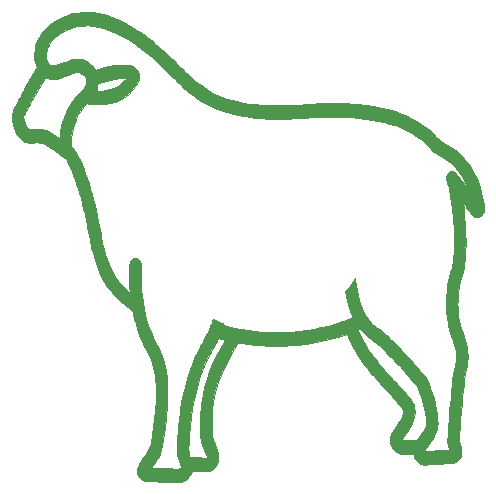
<source format=gbr>
G04 #@! TF.GenerationSoftware,KiCad,Pcbnew,5.1.5+dfsg1-2build2*
G04 #@! TF.CreationDate,2021-04-12T21:18:55-04:00*
G04 #@! TF.ProjectId,sheep_tile,73686565-705f-4746-996c-652e6b696361,rev?*
G04 #@! TF.SameCoordinates,Original*
G04 #@! TF.FileFunction,Legend,Top*
G04 #@! TF.FilePolarity,Positive*
%FSLAX46Y46*%
G04 Gerber Fmt 4.6, Leading zero omitted, Abs format (unit mm)*
G04 Created by KiCad (PCBNEW 5.1.5+dfsg1-2build2) date 2021-04-12 21:18:55*
%MOMM*%
%LPD*%
G04 APERTURE LIST*
%ADD10C,0.010000*%
G04 APERTURE END LIST*
D10*
G36*
X-14786434Y18027654D02*
G01*
X-14378560Y18002898D01*
X-13975099Y17951560D01*
X-13573229Y17872570D01*
X-13170128Y17764856D01*
X-12762975Y17627348D01*
X-12348949Y17458976D01*
X-11925228Y17258668D01*
X-11488991Y17025354D01*
X-11037416Y16757964D01*
X-10567681Y16455426D01*
X-10469817Y16389597D01*
X-10227018Y16222708D01*
X-9993989Y16057145D01*
X-9767440Y15890095D01*
X-9544082Y15718741D01*
X-9320624Y15540270D01*
X-9093776Y15351868D01*
X-8860249Y15150718D01*
X-8616753Y14934007D01*
X-8359997Y14698920D01*
X-8086692Y14442642D01*
X-7793547Y14162358D01*
X-7477272Y13855255D01*
X-7270515Y13652500D01*
X-7009668Y13396662D01*
X-6775286Y13168573D01*
X-6564409Y12965547D01*
X-6374081Y12784896D01*
X-6201342Y12623933D01*
X-6043234Y12479971D01*
X-5896799Y12350323D01*
X-5759079Y12232301D01*
X-5627115Y12123217D01*
X-5497949Y12020386D01*
X-5368622Y11921119D01*
X-5344583Y11903036D01*
X-4993974Y11653459D01*
X-4633954Y11424283D01*
X-4262689Y11215160D01*
X-3878346Y11025745D01*
X-3479090Y10855689D01*
X-3063088Y10704647D01*
X-2628506Y10572270D01*
X-2173510Y10458213D01*
X-1696266Y10362128D01*
X-1194941Y10283668D01*
X-667700Y10222486D01*
X-112709Y10178235D01*
X471865Y10150569D01*
X1087856Y10139140D01*
X1737098Y10143601D01*
X2421425Y10163606D01*
X3142671Y10198807D01*
X3534834Y10223129D01*
X3842488Y10243209D01*
X4114415Y10260199D01*
X4357092Y10274344D01*
X4576992Y10285887D01*
X4780593Y10295072D01*
X4974369Y10302143D01*
X5164795Y10307344D01*
X5358348Y10310918D01*
X5561501Y10313109D01*
X5780732Y10314161D01*
X5958417Y10314349D01*
X6304656Y10313086D01*
X6616794Y10309186D01*
X6902999Y10302324D01*
X7171438Y10292178D01*
X7430281Y10278421D01*
X7687696Y10260731D01*
X7951851Y10238781D01*
X8022167Y10232381D01*
X8722247Y10154686D01*
X9388184Y10054095D01*
X10021727Y9930160D01*
X10624624Y9782435D01*
X11198624Y9610470D01*
X11745476Y9413819D01*
X12266927Y9192034D01*
X12477750Y9091788D01*
X12812917Y8920344D01*
X13118897Y8748185D01*
X13403422Y8569729D01*
X13674225Y8379394D01*
X13939039Y8171599D01*
X14205596Y7940761D01*
X14481630Y7681300D01*
X14617355Y7547362D01*
X15063626Y7100994D01*
X15358188Y6945396D01*
X15769897Y6709515D01*
X16147396Y6454209D01*
X16495794Y6175746D01*
X16795562Y5895345D01*
X17135334Y5523387D01*
X17443550Y5123295D01*
X17720135Y4695235D01*
X17965014Y4239374D01*
X18178111Y3755880D01*
X18359352Y3244920D01*
X18508663Y2706662D01*
X18625967Y2141273D01*
X18700050Y1642772D01*
X18717241Y1443655D01*
X18714386Y1276054D01*
X18690095Y1133483D01*
X18642981Y1009457D01*
X18571655Y897493D01*
X18529853Y847723D01*
X18413609Y745101D01*
X18284519Y682071D01*
X18138625Y656837D01*
X18108107Y656166D01*
X17999359Y663514D01*
X17903476Y688228D01*
X17814957Y734315D01*
X17728300Y805782D01*
X17638003Y906634D01*
X17538564Y1040879D01*
X17497865Y1100542D01*
X17447178Y1175200D01*
X17384189Y1266583D01*
X17313250Y1368533D01*
X17238709Y1474892D01*
X17164916Y1579501D01*
X17096220Y1676203D01*
X17036971Y1758837D01*
X16991519Y1821248D01*
X16964212Y1857274D01*
X16959596Y1862666D01*
X16956150Y1854767D01*
X16961482Y1830916D01*
X16968205Y1792350D01*
X16977505Y1716496D01*
X16988928Y1608291D01*
X17002021Y1472672D01*
X17016332Y1314576D01*
X17031408Y1138939D01*
X17046796Y950699D01*
X17062043Y754793D01*
X17070203Y645583D01*
X17105981Y111075D01*
X17132763Y-396483D01*
X17150470Y-874285D01*
X17159027Y-1319524D01*
X17158356Y-1729393D01*
X17148380Y-2101085D01*
X17146787Y-2137834D01*
X17124339Y-2537129D01*
X17093888Y-2902968D01*
X17054192Y-3243682D01*
X17004011Y-3567604D01*
X16942104Y-3883068D01*
X16867230Y-4198405D01*
X16806352Y-4423834D01*
X16716573Y-4755208D01*
X16643483Y-5057460D01*
X16585730Y-5339765D01*
X16541965Y-5611298D01*
X16510837Y-5881236D01*
X16490997Y-6158753D01*
X16481095Y-6453025D01*
X16479356Y-6646334D01*
X16486529Y-7035745D01*
X16510112Y-7399491D01*
X16551859Y-7747455D01*
X16613526Y-8089519D01*
X16696869Y-8435566D01*
X16803644Y-8795479D01*
X16923165Y-9144806D01*
X17037453Y-9474395D01*
X17131074Y-9774144D01*
X17205258Y-10050447D01*
X17261230Y-10309698D01*
X17300218Y-10558289D01*
X17323450Y-10802615D01*
X17332153Y-11049067D01*
X17329209Y-11260150D01*
X17321098Y-11434526D01*
X17308805Y-11580924D01*
X17290732Y-11713622D01*
X17265278Y-11846898D01*
X17261584Y-11863917D01*
X17190839Y-12211923D01*
X17122837Y-12598999D01*
X17057541Y-13025475D01*
X16994917Y-13491684D01*
X16934928Y-13997958D01*
X16877539Y-14544629D01*
X16822714Y-15132029D01*
X16770418Y-15760489D01*
X16720615Y-16430342D01*
X16673269Y-17141920D01*
X16644752Y-17610667D01*
X16608051Y-18235084D01*
X16698161Y-18632174D01*
X16736921Y-18806199D01*
X16765941Y-18945962D01*
X16785994Y-19058210D01*
X16797852Y-19149689D01*
X16802290Y-19227144D01*
X16800079Y-19297321D01*
X16791994Y-19366968D01*
X16786338Y-19401699D01*
X16736861Y-19586516D01*
X16658195Y-19752001D01*
X16554299Y-19893884D01*
X16429133Y-20007898D01*
X16286660Y-20089774D01*
X16130837Y-20135243D01*
X16102098Y-20139184D01*
X16060320Y-20142875D01*
X15980589Y-20148883D01*
X15867206Y-20156920D01*
X15724471Y-20166695D01*
X15556684Y-20177920D01*
X15368146Y-20190307D01*
X15163156Y-20203565D01*
X14946016Y-20217405D01*
X14823759Y-20225112D01*
X14551500Y-20241951D01*
X14318566Y-20255772D01*
X14122066Y-20266692D01*
X13959109Y-20274829D01*
X13826805Y-20280301D01*
X13722260Y-20283226D01*
X13642585Y-20283722D01*
X13584888Y-20281907D01*
X13546278Y-20277899D01*
X13543176Y-20277349D01*
X13369735Y-20224116D01*
X13207372Y-20133822D01*
X13060773Y-20011253D01*
X12934624Y-19861197D01*
X12833613Y-19688438D01*
X12762426Y-19497766D01*
X12755965Y-19473334D01*
X12726549Y-19356917D01*
X12184961Y-19364529D01*
X12016911Y-19366663D01*
X11884897Y-19367549D01*
X11782628Y-19366850D01*
X11703817Y-19364231D01*
X11642175Y-19359352D01*
X11591413Y-19351878D01*
X11545243Y-19341472D01*
X11497375Y-19327796D01*
X11496908Y-19327654D01*
X11323311Y-19253572D01*
X11168457Y-19145098D01*
X11034781Y-19006908D01*
X10924718Y-18843676D01*
X10840702Y-18660076D01*
X10785167Y-18460783D01*
X10760549Y-18250472D01*
X10769282Y-18033816D01*
X10781328Y-17953673D01*
X10805145Y-17849691D01*
X10837899Y-17741549D01*
X10872771Y-17651588D01*
X10875018Y-17646756D01*
X10901766Y-17597153D01*
X10948739Y-17517715D01*
X11012597Y-17413777D01*
X11089999Y-17290674D01*
X11177607Y-17153740D01*
X11272079Y-17008308D01*
X11329213Y-16921393D01*
X11425042Y-16775658D01*
X11515204Y-16637385D01*
X11596541Y-16511507D01*
X11665892Y-16402958D01*
X11720098Y-16316671D01*
X11756000Y-16257580D01*
X11767805Y-16236524D01*
X11804880Y-16144397D01*
X11837736Y-16028294D01*
X11862105Y-15906571D01*
X11873718Y-15797584D01*
X11874133Y-15779269D01*
X11870068Y-15733922D01*
X11856399Y-15683194D01*
X11831469Y-15625003D01*
X11793624Y-15557269D01*
X11741211Y-15477912D01*
X11672575Y-15384851D01*
X11586061Y-15276006D01*
X11480014Y-15149296D01*
X11352782Y-15002641D01*
X11202708Y-14833960D01*
X11028139Y-14641172D01*
X10827420Y-14422197D01*
X10598897Y-14174955D01*
X10595307Y-14171084D01*
X10301761Y-13853273D01*
X10035506Y-13562236D01*
X9793901Y-13294809D01*
X9574307Y-13047827D01*
X9374085Y-12818125D01*
X9190594Y-12602538D01*
X9021196Y-12397904D01*
X8863249Y-12201056D01*
X8714116Y-12008830D01*
X8571156Y-11818063D01*
X8431729Y-11625589D01*
X8293196Y-11428244D01*
X8226783Y-11331651D01*
X8054448Y-11070561D01*
X7884327Y-10795924D01*
X7720566Y-10515304D01*
X7567311Y-10236267D01*
X7428709Y-9966375D01*
X7308907Y-9713195D01*
X7212051Y-9484289D01*
X7206860Y-9470979D01*
X7171929Y-9382725D01*
X7141461Y-9309096D01*
X7119285Y-9259153D01*
X7110372Y-9242659D01*
X7085820Y-9242196D01*
X7029216Y-9253554D01*
X6948544Y-9274798D01*
X6851788Y-9303989D01*
X6833892Y-9309739D01*
X6037305Y-9550747D01*
X5250341Y-9753522D01*
X4467037Y-9919189D01*
X3681429Y-10048875D01*
X2887552Y-10143704D01*
X2097963Y-10203784D01*
X1925007Y-10211199D01*
X1720270Y-10216333D01*
X1491019Y-10219278D01*
X1244520Y-10220124D01*
X988041Y-10218964D01*
X728848Y-10215888D01*
X474209Y-10210989D01*
X231390Y-10204356D01*
X7658Y-10196083D01*
X-189720Y-10186259D01*
X-353476Y-10174978D01*
X-381000Y-10172604D01*
X-593804Y-10152483D01*
X-814524Y-10129775D01*
X-1037073Y-10105242D01*
X-1255366Y-10079648D01*
X-1463319Y-10053755D01*
X-1654845Y-10028327D01*
X-1823861Y-10004127D01*
X-1964281Y-9981918D01*
X-2070019Y-9962463D01*
X-2088865Y-9958442D01*
X-2109184Y-9958634D01*
X-2131348Y-9971690D01*
X-2159305Y-10002584D01*
X-2197004Y-10056288D01*
X-2248393Y-10137775D01*
X-2303464Y-10228726D01*
X-2619972Y-10770258D01*
X-2904351Y-11286461D01*
X-3157289Y-11778744D01*
X-3379477Y-12248515D01*
X-3571605Y-12697185D01*
X-3734361Y-13126162D01*
X-3765313Y-13215162D01*
X-3910973Y-13669962D01*
X-4032165Y-14114080D01*
X-4131497Y-14559518D01*
X-4211575Y-15018279D01*
X-4275005Y-15502366D01*
X-4287767Y-15621000D01*
X-4297469Y-15735922D01*
X-4306309Y-15881404D01*
X-4314200Y-16051536D01*
X-4321057Y-16240404D01*
X-4326794Y-16442098D01*
X-4331327Y-16650705D01*
X-4334569Y-16860315D01*
X-4336435Y-17065014D01*
X-4336839Y-17258891D01*
X-4335697Y-17436034D01*
X-4332923Y-17590532D01*
X-4328430Y-17716472D01*
X-4322134Y-17807944D01*
X-4319702Y-17829140D01*
X-4291371Y-17981720D01*
X-4244057Y-18151567D01*
X-4176222Y-18343086D01*
X-4086326Y-18560681D01*
X-3991239Y-18769820D01*
X-3936048Y-18890712D01*
X-3884681Y-19009669D01*
X-3841214Y-19116771D01*
X-3809725Y-19202097D01*
X-3797794Y-19240500D01*
X-3774255Y-19367650D01*
X-3762264Y-19519367D01*
X-3761863Y-19679480D01*
X-3773091Y-19831816D01*
X-3795981Y-19960167D01*
X-3866796Y-20164837D01*
X-3966557Y-20351494D01*
X-4091044Y-20515731D01*
X-4236037Y-20653141D01*
X-4397317Y-20759320D01*
X-4570664Y-20829861D01*
X-4646083Y-20847807D01*
X-4699184Y-20852280D01*
X-4788491Y-20853448D01*
X-4908023Y-20851566D01*
X-5051804Y-20846889D01*
X-5213853Y-20839672D01*
X-5388194Y-20830169D01*
X-5568847Y-20818636D01*
X-5749833Y-20805327D01*
X-5864831Y-20795844D01*
X-6004078Y-20783818D01*
X-6030935Y-20874701D01*
X-6095258Y-21036184D01*
X-6190124Y-21200096D01*
X-6307285Y-21355670D01*
X-6438491Y-21492141D01*
X-6575491Y-21598741D01*
X-6595088Y-21610924D01*
X-6685553Y-21659314D01*
X-6789400Y-21706321D01*
X-6856776Y-21732086D01*
X-6892364Y-21743517D01*
X-6929118Y-21753249D01*
X-6970044Y-21761270D01*
X-7018155Y-21767567D01*
X-7076457Y-21772129D01*
X-7147962Y-21774942D01*
X-7235678Y-21775996D01*
X-7342614Y-21775277D01*
X-7471779Y-21772773D01*
X-7626184Y-21768472D01*
X-7808838Y-21762361D01*
X-8022748Y-21754429D01*
X-8270926Y-21744663D01*
X-8556380Y-21733050D01*
X-8768922Y-21724275D01*
X-9042387Y-21712931D01*
X-9277034Y-21702907D01*
X-9476337Y-21693665D01*
X-9643772Y-21684667D01*
X-9782813Y-21675376D01*
X-9896934Y-21665253D01*
X-9989610Y-21653760D01*
X-10064316Y-21640360D01*
X-10124525Y-21624515D01*
X-10173714Y-21605687D01*
X-10215356Y-21583339D01*
X-10252925Y-21556932D01*
X-10289897Y-21525928D01*
X-10329747Y-21489791D01*
X-10339106Y-21481225D01*
X-10460355Y-21342685D01*
X-10552426Y-21178947D01*
X-10612725Y-20997755D01*
X-10638663Y-20806855D01*
X-10628183Y-20617423D01*
X-10604644Y-20501507D01*
X-10569138Y-20393194D01*
X-10517238Y-20283136D01*
X-10444517Y-20161987D01*
X-10346546Y-20020397D01*
X-10343251Y-20015847D01*
X-10195585Y-19807140D01*
X-10055082Y-19598872D01*
X-9924598Y-19395845D01*
X-9806995Y-19202859D01*
X-9705129Y-19024716D01*
X-9621861Y-18866216D01*
X-9560049Y-18732161D01*
X-9528626Y-18647834D01*
X-9515593Y-18593707D01*
X-9498237Y-18501750D01*
X-9477123Y-18376181D01*
X-9452816Y-18221219D01*
X-9425879Y-18041084D01*
X-9396879Y-17839995D01*
X-9366379Y-17622171D01*
X-9334944Y-17391831D01*
X-9303139Y-17153195D01*
X-9271529Y-16910481D01*
X-9240678Y-16667910D01*
X-9211152Y-16429699D01*
X-9183514Y-16200069D01*
X-9158331Y-15983239D01*
X-9136165Y-15783427D01*
X-9117583Y-15604854D01*
X-9107916Y-15504584D01*
X-9096212Y-15350345D01*
X-9086529Y-15166204D01*
X-9078867Y-14958413D01*
X-9073228Y-14733227D01*
X-9069612Y-14496900D01*
X-9068021Y-14255686D01*
X-9068454Y-14015839D01*
X-9070913Y-13783613D01*
X-9075399Y-13565261D01*
X-9081911Y-13367038D01*
X-9090452Y-13195198D01*
X-9101021Y-13055995D01*
X-9107606Y-12996334D01*
X-9136678Y-12779749D01*
X-9164792Y-12593570D01*
X-9194116Y-12425985D01*
X-9226816Y-12265179D01*
X-9265061Y-12099342D01*
X-9292367Y-11989367D01*
X-9375772Y-11695892D01*
X-9474511Y-11417863D01*
X-9594143Y-11141230D01*
X-9740227Y-10851940D01*
X-9748087Y-10837334D01*
X-9957758Y-10436836D01*
X-10142809Y-10056973D01*
X-10307682Y-9687600D01*
X-10456820Y-9318569D01*
X-10594664Y-8939734D01*
X-10648148Y-8781636D01*
X-10687679Y-8657095D01*
X-10731949Y-8508692D01*
X-10778993Y-8343884D01*
X-10826845Y-8170125D01*
X-10873540Y-7994873D01*
X-10917111Y-7825582D01*
X-10955594Y-7669709D01*
X-10987022Y-7534710D01*
X-11009431Y-7428040D01*
X-11018091Y-7378351D01*
X-11024381Y-7342539D01*
X-11034397Y-7312296D01*
X-11052977Y-7282571D01*
X-11084964Y-7248314D01*
X-11135195Y-7204473D01*
X-11208512Y-7145996D01*
X-11309755Y-7067834D01*
X-11331935Y-7050810D01*
X-11771160Y-6697785D01*
X-12171183Y-6341655D01*
X-12534347Y-5978834D01*
X-12862998Y-5605734D01*
X-13159478Y-5218767D01*
X-13426132Y-4814346D01*
X-13665303Y-4388884D01*
X-13879336Y-3938794D01*
X-14070574Y-3460488D01*
X-14241361Y-2950378D01*
X-14394041Y-2404878D01*
X-14410850Y-2338493D01*
X-14458951Y-2141542D01*
X-14507579Y-1932013D01*
X-14557622Y-1705638D01*
X-14609967Y-1458148D01*
X-14665502Y-1185276D01*
X-14725113Y-882752D01*
X-14789690Y-546309D01*
X-14849120Y-230610D01*
X-14886275Y-34235D01*
X-14925669Y169572D01*
X-14965523Y371914D01*
X-15004062Y563895D01*
X-15039506Y736615D01*
X-15070079Y881179D01*
X-15083382Y941916D01*
X-15185192Y1381340D01*
X-15294843Y1821762D01*
X-15410972Y2258879D01*
X-15532214Y2688388D01*
X-15657203Y3105985D01*
X-15784576Y3507369D01*
X-15912967Y3888234D01*
X-16041013Y4244277D01*
X-16167347Y4571197D01*
X-16290606Y4864688D01*
X-16406808Y5115134D01*
X-16481907Y5262546D01*
X-16549302Y5379955D01*
X-16616464Y5476878D01*
X-16690865Y5562830D01*
X-16779976Y5647328D01*
X-16891268Y5739890D01*
X-16907374Y5752709D01*
X-17023850Y5843298D01*
X-17159412Y5945732D01*
X-17309153Y6056558D01*
X-17468169Y6172324D01*
X-17631556Y6289576D01*
X-17794407Y6404860D01*
X-17951819Y6514723D01*
X-18098886Y6615713D01*
X-18230704Y6704375D01*
X-18342366Y6777257D01*
X-18428969Y6830905D01*
X-18476542Y6857467D01*
X-18650846Y6925471D01*
X-18854346Y6969701D01*
X-19080628Y6989278D01*
X-19323282Y6983324D01*
X-19367500Y6979539D01*
X-19596239Y6965947D01*
X-19793891Y6972232D01*
X-19967047Y6998972D01*
X-20118916Y7045419D01*
X-20321785Y7146565D01*
X-20509941Y7284367D01*
X-20678347Y7454269D01*
X-20821969Y7651714D01*
X-20859254Y7715250D01*
X-20898813Y7795487D01*
X-20946714Y7906831D01*
X-20999494Y8039735D01*
X-21053694Y8184651D01*
X-21105850Y8332032D01*
X-21152503Y8472330D01*
X-21190190Y8595998D01*
X-21215451Y8693488D01*
X-21217675Y8703899D01*
X-21239354Y8854855D01*
X-21249301Y9029187D01*
X-21248670Y9092688D01*
X-20277066Y9092688D01*
X-20260652Y8974846D01*
X-20223046Y8833205D01*
X-20179832Y8705580D01*
X-20121120Y8547950D01*
X-20070457Y8425323D01*
X-20024091Y8332047D01*
X-19978274Y8262469D01*
X-19929256Y8210935D01*
X-19873286Y8171793D01*
X-19806616Y8139390D01*
X-19803365Y8138025D01*
X-19763790Y8123745D01*
X-19722315Y8115630D01*
X-19669563Y8113445D01*
X-19596157Y8116956D01*
X-19492720Y8125927D01*
X-19457320Y8129364D01*
X-19115261Y8145130D01*
X-18791405Y8123188D01*
X-18484430Y8063390D01*
X-18279922Y7999308D01*
X-18193106Y7965350D01*
X-18107759Y7926494D01*
X-18017804Y7879195D01*
X-17917165Y7819906D01*
X-17799763Y7745080D01*
X-17659521Y7651173D01*
X-17526000Y7559370D01*
X-17219083Y7346687D01*
X-17204027Y7446302D01*
X-17195751Y7503217D01*
X-17183302Y7591518D01*
X-17168153Y7700634D01*
X-17151778Y7819996D01*
X-17145870Y7863416D01*
X-17058221Y8369560D01*
X-16935820Y8853939D01*
X-16779054Y9315591D01*
X-16588312Y9753551D01*
X-16363982Y10166856D01*
X-16106451Y10554541D01*
X-16012771Y10678583D01*
X-15915583Y10795749D01*
X-15792654Y10932057D01*
X-15651158Y11080030D01*
X-15498269Y11232188D01*
X-15385110Y11339411D01*
X-14134696Y11339411D01*
X-13814223Y11352131D01*
X-13669475Y11360487D01*
X-13523126Y11373495D01*
X-13390116Y11389611D01*
X-13290498Y11406236D01*
X-12941119Y11497412D01*
X-12609502Y11624401D01*
X-12299146Y11785520D01*
X-12013552Y11979087D01*
X-11890549Y12079343D01*
X-11802237Y12159216D01*
X-11724906Y12235929D01*
X-11663382Y12303994D01*
X-11622489Y12357922D01*
X-11607051Y12392223D01*
X-11609249Y12399387D01*
X-11638961Y12407632D01*
X-11703504Y12412940D01*
X-11795491Y12415504D01*
X-11907537Y12415519D01*
X-12032255Y12413180D01*
X-12162258Y12408681D01*
X-12290160Y12402216D01*
X-12408576Y12393980D01*
X-12510118Y12384166D01*
X-12583146Y12373757D01*
X-12720061Y12346604D01*
X-12872438Y12312397D01*
X-13034470Y12272819D01*
X-13200350Y12229556D01*
X-13364272Y12184290D01*
X-13520429Y12138706D01*
X-13663014Y12094489D01*
X-13786221Y12053321D01*
X-13884243Y12016888D01*
X-13951273Y11986873D01*
X-13978136Y11969173D01*
X-13995427Y11933852D01*
X-14010971Y11871764D01*
X-14018867Y11817970D01*
X-14031394Y11736962D01*
X-14052721Y11635466D01*
X-14078614Y11533271D01*
X-14083239Y11516997D01*
X-14134696Y11339411D01*
X-15385110Y11339411D01*
X-15341162Y11381053D01*
X-15322113Y11398573D01*
X-15174755Y11559541D01*
X-15066637Y11736050D01*
X-14998062Y11927365D01*
X-14969328Y12132752D01*
X-14970960Y12256884D01*
X-14999515Y12433200D01*
X-15060493Y12582638D01*
X-15154210Y12705531D01*
X-15280987Y12802209D01*
X-15441142Y12873007D01*
X-15599833Y12912384D01*
X-15710572Y12927372D01*
X-15816269Y12929717D01*
X-15923725Y12917782D01*
X-16039741Y12889928D01*
X-16171118Y12844515D01*
X-16324657Y12779906D01*
X-16507159Y12694462D01*
X-16510000Y12693087D01*
X-16765489Y12576893D01*
X-16998106Y12488022D01*
X-17215584Y12424547D01*
X-17425652Y12384541D01*
X-17636044Y12366076D01*
X-17822333Y12365926D01*
X-17970536Y12374439D01*
X-18093633Y12390900D01*
X-18208641Y12419063D01*
X-18332578Y12462680D01*
X-18416069Y12496882D01*
X-18426113Y12492242D01*
X-18444221Y12471649D01*
X-18471507Y12433207D01*
X-18509085Y12375020D01*
X-18558069Y12295194D01*
X-18619574Y12191833D01*
X-18694713Y12063042D01*
X-18784601Y11906924D01*
X-18890351Y11721586D01*
X-19013079Y11505131D01*
X-19153898Y11255664D01*
X-19313923Y10971289D01*
X-19336819Y10930547D01*
X-19471374Y10690828D01*
X-19600305Y10460642D01*
X-19722048Y10242806D01*
X-19835043Y10040137D01*
X-19937726Y9855453D01*
X-20028537Y9691570D01*
X-20105912Y9551308D01*
X-20168290Y9437483D01*
X-20214108Y9352912D01*
X-20241805Y9300413D01*
X-20249598Y9284194D01*
X-20273108Y9193535D01*
X-20277066Y9092688D01*
X-21248670Y9092688D01*
X-21247508Y9209592D01*
X-21233964Y9378767D01*
X-21218097Y9478267D01*
X-21192539Y9581457D01*
X-21156735Y9698655D01*
X-21118183Y9805433D01*
X-21116038Y9810750D01*
X-21095530Y9854139D01*
X-21055776Y9931427D01*
X-20998388Y10039674D01*
X-20924979Y10175940D01*
X-20837160Y10337286D01*
X-20736543Y10520771D01*
X-20624740Y10723457D01*
X-20503362Y10942402D01*
X-20374023Y11174668D01*
X-20238333Y11417315D01*
X-20101590Y11660853D01*
X-19155967Y13341622D01*
X-19218120Y13535653D01*
X-19293755Y13835977D01*
X-19335637Y14153720D01*
X-19343426Y14460719D01*
X-18369235Y14460719D01*
X-18365321Y14265903D01*
X-18340850Y14081649D01*
X-18296431Y13914335D01*
X-18232671Y13770340D01*
X-18150178Y13656039D01*
X-18116156Y13623511D01*
X-18003104Y13552845D01*
X-17865651Y13513838D01*
X-17703290Y13506565D01*
X-17515514Y13531102D01*
X-17301815Y13587523D01*
X-17061685Y13675905D01*
X-16794618Y13796322D01*
X-16727356Y13829546D01*
X-16526626Y13922926D01*
X-16344603Y13990554D01*
X-16169281Y14035810D01*
X-15988654Y14062076D01*
X-15873111Y14070109D01*
X-15671753Y14072136D01*
X-15492655Y14056697D01*
X-15318572Y14021546D01*
X-15176500Y13979437D01*
X-14930042Y13876670D01*
X-14705824Y13739363D01*
X-14507464Y13569945D01*
X-14413697Y13467539D01*
X-14356481Y13394336D01*
X-14298085Y13311357D01*
X-14246248Y13230446D01*
X-14208710Y13163445D01*
X-14196267Y13134837D01*
X-14174936Y13134138D01*
X-14120691Y13145563D01*
X-14040582Y13167273D01*
X-13941662Y13197431D01*
X-13883876Y13216259D01*
X-13422022Y13356118D01*
X-12981692Y13460884D01*
X-12561148Y13530836D01*
X-12158653Y13566252D01*
X-11772472Y13567410D01*
X-11711198Y13564384D01*
X-11461526Y13542418D01*
X-11249040Y13506530D01*
X-11070644Y13455811D01*
X-10923238Y13389348D01*
X-10803726Y13306230D01*
X-10788881Y13293064D01*
X-10661925Y13150125D01*
X-10571475Y12986439D01*
X-10517237Y12801301D01*
X-10498919Y12594005D01*
X-10498918Y12593322D01*
X-10518863Y12383165D01*
X-10577636Y12167262D01*
X-10672669Y11948725D01*
X-10801392Y11730668D01*
X-10961237Y11516203D01*
X-11149636Y11308441D01*
X-11364021Y11110496D01*
X-11601822Y10925479D01*
X-11860471Y10756503D01*
X-12137400Y10606680D01*
X-12139083Y10605859D01*
X-12518728Y10444269D01*
X-12913707Y10322096D01*
X-13323577Y10239477D01*
X-13358642Y10234346D01*
X-13538751Y10215575D01*
X-13744717Y10205535D01*
X-13965888Y10203861D01*
X-14191613Y10210189D01*
X-14411242Y10224154D01*
X-14614125Y10245391D01*
X-14789610Y10273536D01*
X-14843514Y10285169D01*
X-14923278Y10303884D01*
X-15103808Y10110234D01*
X-15327134Y9848669D01*
X-15520722Y9572799D01*
X-15693723Y9269669D01*
X-15855167Y8924526D01*
X-15987509Y8568971D01*
X-16091990Y8197891D01*
X-16169850Y7806172D01*
X-16222330Y7388701D01*
X-16249141Y6980490D01*
X-16262570Y6647896D01*
X-16093423Y6483073D01*
X-15989173Y6374247D01*
X-15893637Y6257775D01*
X-15802111Y6126585D01*
X-15709895Y5973609D01*
X-15612285Y5791777D01*
X-15547307Y5662083D01*
X-15418939Y5385024D01*
X-15286704Y5070178D01*
X-15151930Y4721770D01*
X-15015945Y4344028D01*
X-14880076Y3941178D01*
X-14745654Y3517445D01*
X-14614005Y3077056D01*
X-14486459Y2624236D01*
X-14364342Y2163213D01*
X-14248985Y1698212D01*
X-14141715Y1233459D01*
X-14110308Y1090083D01*
X-14082215Y957146D01*
X-14048311Y791837D01*
X-14010436Y603423D01*
X-13970431Y401169D01*
X-13930135Y194340D01*
X-13891390Y-7798D01*
X-13874859Y-95250D01*
X-13805634Y-460319D01*
X-13742291Y-787550D01*
X-13683902Y-1080885D01*
X-13629537Y-1344268D01*
X-13578267Y-1581641D01*
X-13529164Y-1796949D01*
X-13481298Y-1994135D01*
X-13433741Y-2177141D01*
X-13385564Y-2349911D01*
X-13335837Y-2516387D01*
X-13283633Y-2680514D01*
X-13228021Y-2846235D01*
X-13224148Y-2857500D01*
X-13056731Y-3300590D01*
X-12869423Y-3711686D01*
X-12658349Y-4096841D01*
X-12419631Y-4462105D01*
X-12149393Y-4813532D01*
X-11843761Y-5157173D01*
X-11583897Y-5418323D01*
X-11490299Y-5507812D01*
X-11407529Y-5585920D01*
X-11340213Y-5648364D01*
X-11292976Y-5690865D01*
X-11270446Y-5709141D01*
X-11269251Y-5709473D01*
X-11268807Y-5687296D01*
X-11272536Y-5632822D01*
X-11279697Y-5555798D01*
X-11284154Y-5513514D01*
X-11290898Y-5429401D01*
X-11297094Y-5309359D01*
X-11302671Y-5159787D01*
X-11307555Y-4987087D01*
X-11311675Y-4797660D01*
X-11314957Y-4597906D01*
X-11317330Y-4394226D01*
X-11318720Y-4193021D01*
X-11319055Y-4000692D01*
X-11318262Y-3823640D01*
X-11316269Y-3668266D01*
X-11313004Y-3540969D01*
X-11308393Y-3448152D01*
X-11307675Y-3438745D01*
X-11296132Y-3316686D01*
X-11282920Y-3226274D01*
X-11265837Y-3156828D01*
X-11242681Y-3097664D01*
X-11233503Y-3078911D01*
X-11151121Y-2955544D01*
X-11050666Y-2866195D01*
X-10937796Y-2811711D01*
X-10818168Y-2792939D01*
X-10697437Y-2810723D01*
X-10581262Y-2865910D01*
X-10475298Y-2959345D01*
X-10470550Y-2964825D01*
X-10434046Y-3009498D01*
X-10404625Y-3052725D01*
X-10381627Y-3099443D01*
X-10364394Y-3154587D01*
X-10352268Y-3223091D01*
X-10344589Y-3309893D01*
X-10340700Y-3419925D01*
X-10339942Y-3558125D01*
X-10341657Y-3729427D01*
X-10344634Y-3908499D01*
X-10346312Y-4472065D01*
X-10329681Y-5008124D01*
X-10293758Y-5527792D01*
X-10237561Y-6042188D01*
X-10160107Y-6562428D01*
X-10064323Y-7080250D01*
X-9937176Y-7648459D01*
X-9789614Y-8186132D01*
X-9618713Y-8701282D01*
X-9421549Y-9201926D01*
X-9195197Y-9696078D01*
X-8936733Y-10191752D01*
X-8914309Y-10232202D01*
X-8706236Y-10647695D01*
X-8528215Y-11092662D01*
X-8380419Y-11566587D01*
X-8263022Y-12068953D01*
X-8223000Y-12287250D01*
X-8194452Y-12459558D01*
X-8170516Y-12614225D01*
X-8150793Y-12757277D01*
X-8134883Y-12894744D01*
X-8122387Y-13032654D01*
X-8112905Y-13177034D01*
X-8106037Y-13333912D01*
X-8101383Y-13509316D01*
X-8098545Y-13709275D01*
X-8097123Y-13939816D01*
X-8096718Y-14192250D01*
X-8097223Y-14439893D01*
X-8099106Y-14668307D01*
X-8102750Y-14881955D01*
X-8108536Y-15085299D01*
X-8116847Y-15282802D01*
X-8128064Y-15478925D01*
X-8142570Y-15678132D01*
X-8160745Y-15884885D01*
X-8182972Y-16103646D01*
X-8209633Y-16338877D01*
X-8241109Y-16595042D01*
X-8277783Y-16876602D01*
X-8320036Y-17188020D01*
X-8368249Y-17533758D01*
X-8404612Y-17790584D01*
X-8440990Y-18045160D01*
X-8472469Y-18261903D01*
X-8499846Y-18444929D01*
X-8523917Y-18598354D01*
X-8545480Y-18726294D01*
X-8565329Y-18832864D01*
X-8584262Y-18922180D01*
X-8603075Y-18998359D01*
X-8622565Y-19065515D01*
X-8643527Y-19127764D01*
X-8666759Y-19189223D01*
X-8683135Y-19229917D01*
X-8742468Y-19362634D01*
X-8821630Y-19521391D01*
X-8915828Y-19697792D01*
X-9020264Y-19883441D01*
X-9130145Y-20069945D01*
X-9240675Y-20248907D01*
X-9347058Y-20411933D01*
X-9411592Y-20505209D01*
X-9445497Y-20552834D01*
X-9268290Y-20554554D01*
X-9207891Y-20555858D01*
X-9110907Y-20558849D01*
X-8983043Y-20563311D01*
X-8830004Y-20569030D01*
X-8657495Y-20575790D01*
X-8471221Y-20583377D01*
X-8276887Y-20591577D01*
X-8223250Y-20593890D01*
X-7978212Y-20604629D01*
X-7771920Y-20613744D01*
X-7600810Y-20621122D01*
X-7461321Y-20626649D01*
X-7349892Y-20630212D01*
X-7262961Y-20631696D01*
X-7196966Y-20630988D01*
X-7148346Y-20627975D01*
X-7113538Y-20622541D01*
X-7088981Y-20614575D01*
X-7071113Y-20603962D01*
X-7056373Y-20590589D01*
X-7041198Y-20574341D01*
X-7022514Y-20555557D01*
X-6934666Y-20473614D01*
X-7022094Y-20253932D01*
X-7122301Y-19966549D01*
X-7202858Y-19661982D01*
X-7242148Y-19462750D01*
X-7257295Y-19334716D01*
X-7266561Y-19168883D01*
X-7270198Y-18969343D01*
X-7269956Y-18937504D01*
X-6302149Y-18937504D01*
X-6300327Y-19022975D01*
X-6295975Y-19096222D01*
X-6289209Y-19161528D01*
X-6287170Y-19177000D01*
X-6270695Y-19283354D01*
X-6251216Y-19387943D01*
X-6230659Y-19482479D01*
X-6210952Y-19558674D01*
X-6194023Y-19608240D01*
X-6183385Y-19623230D01*
X-6147325Y-19626497D01*
X-6075853Y-19631830D01*
X-5975816Y-19638795D01*
X-5854062Y-19646958D01*
X-5717439Y-19655886D01*
X-5572794Y-19665144D01*
X-5426975Y-19674301D01*
X-5286829Y-19682921D01*
X-5159203Y-19690571D01*
X-5050945Y-19696818D01*
X-4968903Y-19701229D01*
X-4919924Y-19703368D01*
X-4916446Y-19703455D01*
X-4841531Y-19703086D01*
X-4796362Y-19695751D01*
X-4768488Y-19677906D01*
X-4752235Y-19656707D01*
X-4741494Y-19636857D01*
X-4737460Y-19614299D01*
X-4742077Y-19582947D01*
X-4757287Y-19536720D01*
X-4785034Y-19469531D01*
X-4827261Y-19375298D01*
X-4875816Y-19269769D01*
X-5021345Y-18935849D01*
X-5136723Y-18628708D01*
X-5222717Y-18346209D01*
X-5252879Y-18222791D01*
X-5264041Y-18171811D01*
X-5273377Y-18124427D01*
X-5281046Y-18076432D01*
X-5287207Y-18023620D01*
X-5292021Y-17961786D01*
X-5295647Y-17886724D01*
X-5298244Y-17794228D01*
X-5299972Y-17680093D01*
X-5300991Y-17540112D01*
X-5301460Y-17370079D01*
X-5301539Y-17165789D01*
X-5301404Y-16943917D01*
X-5300810Y-16665158D01*
X-5299286Y-16422890D01*
X-5296498Y-16211276D01*
X-5292113Y-16024478D01*
X-5285797Y-15856658D01*
X-5277219Y-15701978D01*
X-5266045Y-15554601D01*
X-5251943Y-15408688D01*
X-5234578Y-15258403D01*
X-5213618Y-15097908D01*
X-5188731Y-14921363D01*
X-5184292Y-14890750D01*
X-5091285Y-14342308D01*
X-4972271Y-13800777D01*
X-4825886Y-13262460D01*
X-4650762Y-12723660D01*
X-4445534Y-12180679D01*
X-4208836Y-11629822D01*
X-3939304Y-11067391D01*
X-3635570Y-10489690D01*
X-3410476Y-10089157D01*
X-3349033Y-9981723D01*
X-3295658Y-9887009D01*
X-3253693Y-9811058D01*
X-3226479Y-9759915D01*
X-3217333Y-9739805D01*
X-3226434Y-9732629D01*
X-3256254Y-9721223D01*
X-3310572Y-9704507D01*
X-3393165Y-9681401D01*
X-3507811Y-9650824D01*
X-3658287Y-9611697D01*
X-3729397Y-9593400D01*
X-3748441Y-9598189D01*
X-3773229Y-9624364D01*
X-3806706Y-9676422D01*
X-3851813Y-9758862D01*
X-3901875Y-9856932D01*
X-3957956Y-9965084D01*
X-4029605Y-10097615D01*
X-4110306Y-10242789D01*
X-4193542Y-10388867D01*
X-4264374Y-10509954D01*
X-4384029Y-10718056D01*
X-4509786Y-10948648D01*
X-4636946Y-11192316D01*
X-4760813Y-11439645D01*
X-4876687Y-11681223D01*
X-4979872Y-11907635D01*
X-5065668Y-12109466D01*
X-5078303Y-12140948D01*
X-5306404Y-12757940D01*
X-5510605Y-13400838D01*
X-5691203Y-14071116D01*
X-5848498Y-14770246D01*
X-5982789Y-15499702D01*
X-6094375Y-16260956D01*
X-6183555Y-17055482D01*
X-6250629Y-17884754D01*
X-6253473Y-17928167D01*
X-6269259Y-18176911D01*
X-6281822Y-18387737D01*
X-6291277Y-18564927D01*
X-6297739Y-18712763D01*
X-6301324Y-18835528D01*
X-6302149Y-18937504D01*
X-7269956Y-18937504D01*
X-7268456Y-18740184D01*
X-7261586Y-18485495D01*
X-7249838Y-18209366D01*
X-7233463Y-17915886D01*
X-7212711Y-17609146D01*
X-7187834Y-17293233D01*
X-7159081Y-16972238D01*
X-7126703Y-16650250D01*
X-7090951Y-16331359D01*
X-7052075Y-16019653D01*
X-7014530Y-15748000D01*
X-6898725Y-15027547D01*
X-6765203Y-14340648D01*
X-6612709Y-13681853D01*
X-6439987Y-13045712D01*
X-6255749Y-12456584D01*
X-6103541Y-12018425D01*
X-5948816Y-11612102D01*
X-5786817Y-11227178D01*
X-5612790Y-10853215D01*
X-5421980Y-10479775D01*
X-5209631Y-10096420D01*
X-5077064Y-9869355D01*
X-4958985Y-9667909D01*
X-4859867Y-9492607D01*
X-4775032Y-9334474D01*
X-4699803Y-9184535D01*
X-4629502Y-9033816D01*
X-4565965Y-8888642D01*
X-4526345Y-8790664D01*
X-4480889Y-8670056D01*
X-4432760Y-8536103D01*
X-4385120Y-8398092D01*
X-4341131Y-8265309D01*
X-4303956Y-8147041D01*
X-4276757Y-8052575D01*
X-4265494Y-8006292D01*
X-4253668Y-7959730D01*
X-4243939Y-7937758D01*
X-4243198Y-7937500D01*
X-4222527Y-7946381D01*
X-4170386Y-7970953D01*
X-4093237Y-8008111D01*
X-3997540Y-8054749D01*
X-3922088Y-8091813D01*
X-3804624Y-8149158D01*
X-3688969Y-8204673D01*
X-3585438Y-8253472D01*
X-3504348Y-8290667D01*
X-3475633Y-8303305D01*
X-3405601Y-8334246D01*
X-3366800Y-8356928D01*
X-3351513Y-8379675D01*
X-3352023Y-8410811D01*
X-3355860Y-8432504D01*
X-3369372Y-8504524D01*
X-3009970Y-8590803D01*
X-2442328Y-8715388D01*
X-1849780Y-8822348D01*
X-1228265Y-8912301D01*
X-573725Y-8985863D01*
X-179916Y-9021054D01*
X-59990Y-9028607D01*
X95418Y-9034952D01*
X280049Y-9040089D01*
X487645Y-9044017D01*
X711949Y-9046734D01*
X946703Y-9048241D01*
X1185650Y-9048536D01*
X1422532Y-9047619D01*
X1651091Y-9045487D01*
X1865070Y-9042142D01*
X2058211Y-9037581D01*
X2224257Y-9031804D01*
X2356950Y-9024810D01*
X2402417Y-9021410D01*
X3075270Y-8955247D01*
X3715615Y-8872643D01*
X3750028Y-8867020D01*
X8058244Y-8867020D01*
X8059369Y-8899334D01*
X8075443Y-8950179D01*
X8106918Y-9026034D01*
X8154246Y-9133377D01*
X8163619Y-9154584D01*
X8334426Y-9512365D01*
X8537802Y-9887200D01*
X8770405Y-10273728D01*
X9028890Y-10666589D01*
X9309914Y-11060421D01*
X9540874Y-11362635D01*
X9696034Y-11557488D01*
X9853306Y-11750181D01*
X10016288Y-11944825D01*
X10188583Y-12145531D01*
X10373792Y-12356408D01*
X10575517Y-12581568D01*
X10797357Y-12825121D01*
X11042915Y-13091177D01*
X11250304Y-13313834D01*
X11482880Y-13563618D01*
X11687846Y-13785910D01*
X11867334Y-13983338D01*
X12023479Y-14158531D01*
X12158414Y-14314119D01*
X12274274Y-14452730D01*
X12373193Y-14576994D01*
X12457303Y-14689540D01*
X12528740Y-14792998D01*
X12589637Y-14889995D01*
X12642128Y-14983162D01*
X12688347Y-15075127D01*
X12699939Y-15099902D01*
X12755893Y-15230192D01*
X12794428Y-15345769D01*
X12819622Y-15463133D01*
X12835550Y-15598786D01*
X12840771Y-15670035D01*
X12840025Y-15931549D01*
X12807096Y-16204376D01*
X12744263Y-16475241D01*
X12662029Y-16711232D01*
X12636224Y-16770138D01*
X12605077Y-16833530D01*
X12566246Y-16905224D01*
X12517391Y-16989039D01*
X12456171Y-17088791D01*
X12380245Y-17208297D01*
X12287272Y-17351374D01*
X12174912Y-17521841D01*
X12046120Y-17715567D01*
X11962872Y-17841680D01*
X11888631Y-17956556D01*
X11826329Y-18055457D01*
X11778902Y-18133648D01*
X11749282Y-18186392D01*
X11740404Y-18208951D01*
X11740475Y-18209091D01*
X11764898Y-18215389D01*
X11822553Y-18218578D01*
X11904437Y-18218428D01*
X11987739Y-18215433D01*
X12087675Y-18210847D01*
X12217682Y-18205529D01*
X12365514Y-18199943D01*
X12518926Y-18194555D01*
X12640072Y-18190619D01*
X13056393Y-18177671D01*
X13374846Y-17698377D01*
X13461730Y-17566387D01*
X13542852Y-17440848D01*
X13614576Y-17327564D01*
X13673271Y-17232339D01*
X13715303Y-17160977D01*
X13736296Y-17121014D01*
X13776412Y-17012578D01*
X13801572Y-16899691D01*
X13812271Y-16774205D01*
X13809002Y-16627970D01*
X13792258Y-16452839D01*
X13781709Y-16371491D01*
X13715911Y-15939360D01*
X13640406Y-15528965D01*
X13555973Y-15142896D01*
X13463390Y-14783746D01*
X13363438Y-14454106D01*
X13256893Y-14156566D01*
X13144536Y-13893719D01*
X13027144Y-13668156D01*
X12918970Y-13500734D01*
X12869945Y-13437568D01*
X12794743Y-13346539D01*
X12696102Y-13230703D01*
X12576762Y-13093115D01*
X12439462Y-12936832D01*
X12286940Y-12764910D01*
X12121935Y-12580404D01*
X11947185Y-12386371D01*
X11765431Y-12185866D01*
X11579410Y-11981945D01*
X11391862Y-11777664D01*
X11205525Y-11576079D01*
X11023139Y-11380246D01*
X10917706Y-11267804D01*
X10636851Y-10973469D01*
X10377537Y-10711046D01*
X10136883Y-10477870D01*
X9912012Y-10271272D01*
X9700041Y-10088588D01*
X9498093Y-9927150D01*
X9355667Y-9821416D01*
X9252273Y-9746172D01*
X9147129Y-9667910D01*
X9052064Y-9595537D01*
X8978907Y-9537960D01*
X8974667Y-9534514D01*
X8905101Y-9474021D01*
X8815412Y-9390533D01*
X8713358Y-9291832D01*
X8606695Y-9185701D01*
X8503179Y-9079920D01*
X8410568Y-8982271D01*
X8336618Y-8900536D01*
X8303374Y-8861056D01*
X8237685Y-8779194D01*
X8140051Y-8816481D01*
X8099037Y-8832072D01*
X8071617Y-8846759D01*
X8058244Y-8867020D01*
X3750028Y-8867020D01*
X4330524Y-8772170D01*
X4927071Y-8652400D01*
X5512328Y-8511905D01*
X6093369Y-8349258D01*
X6677267Y-8163031D01*
X6709834Y-8151999D01*
X6863552Y-8098967D01*
X7016405Y-8044777D01*
X7162840Y-7991533D01*
X7297306Y-7941340D01*
X7414254Y-7896302D01*
X7508131Y-7858523D01*
X7573388Y-7830109D01*
X7604472Y-7813164D01*
X7605129Y-7812558D01*
X7604133Y-7787418D01*
X7588079Y-7732832D01*
X7559887Y-7657680D01*
X7534133Y-7596772D01*
X7417032Y-7311736D01*
X7305834Y-7003034D01*
X7204265Y-6683006D01*
X7116049Y-6363995D01*
X7044912Y-6058341D01*
X7004432Y-5841781D01*
X6978450Y-5682812D01*
X7151388Y-5460861D01*
X7270047Y-5303279D01*
X7394986Y-5128104D01*
X7517617Y-4947933D01*
X7629357Y-4775363D01*
X7717209Y-4630614D01*
X7757788Y-4563302D01*
X7790958Y-4513026D01*
X7810746Y-4488717D01*
X7812755Y-4487739D01*
X7819800Y-4507134D01*
X7828089Y-4559518D01*
X7836318Y-4635627D01*
X7840263Y-4683125D01*
X7884164Y-5109787D01*
X7951136Y-5538347D01*
X8038993Y-5958328D01*
X8145548Y-6359251D01*
X8266196Y-6724082D01*
X8329166Y-6881797D01*
X8407726Y-7058094D01*
X8496051Y-7241315D01*
X8588314Y-7419804D01*
X8678689Y-7581902D01*
X8761349Y-7715951D01*
X8763616Y-7719369D01*
X9005085Y-8047203D01*
X9274213Y-8345063D01*
X9574432Y-8616460D01*
X9830974Y-8811037D01*
X9998441Y-8934013D01*
X10175697Y-9074417D01*
X10364179Y-9233674D01*
X10565322Y-9413210D01*
X10780562Y-9614453D01*
X11011337Y-9838827D01*
X11259083Y-10087760D01*
X11525235Y-10362677D01*
X11811230Y-10665005D01*
X12118504Y-10996170D01*
X12448494Y-11357598D01*
X12802635Y-11750716D01*
X12891771Y-11850372D01*
X13014850Y-11988294D01*
X13133201Y-12121174D01*
X13242824Y-12244505D01*
X13339722Y-12353776D01*
X13419893Y-12444479D01*
X13479340Y-12512104D01*
X13511272Y-12548872D01*
X13699075Y-12795717D01*
X13874498Y-13082959D01*
X14037507Y-13410505D01*
X14188069Y-13778258D01*
X14326150Y-14186125D01*
X14451717Y-14634009D01*
X14564737Y-15121817D01*
X14665177Y-15649454D01*
X14721939Y-16002000D01*
X14760088Y-16288334D01*
X14782579Y-16541464D01*
X14789224Y-16767593D01*
X14779839Y-16972920D01*
X14754238Y-17163647D01*
X14712235Y-17345975D01*
X14678448Y-17455816D01*
X14648464Y-17539922D01*
X14614728Y-17622647D01*
X14574614Y-17708629D01*
X14525495Y-17802509D01*
X14464744Y-17908923D01*
X14389734Y-18032510D01*
X14297838Y-18177909D01*
X14186430Y-18349758D01*
X14083523Y-18506317D01*
X13990730Y-18647473D01*
X13905872Y-18777660D01*
X13831673Y-18892612D01*
X13770858Y-18988062D01*
X13726152Y-19059743D01*
X13700280Y-19103389D01*
X13694834Y-19114932D01*
X13713809Y-19126274D01*
X13762084Y-19132977D01*
X13795375Y-19133812D01*
X13845162Y-19132215D01*
X13928411Y-19128180D01*
X14040035Y-19122043D01*
X14174948Y-19114141D01*
X14328061Y-19104810D01*
X14494287Y-19094385D01*
X14668538Y-19083202D01*
X14845728Y-19071599D01*
X15020769Y-19059910D01*
X15188572Y-19048472D01*
X15344052Y-19037620D01*
X15482119Y-19027692D01*
X15597688Y-19019022D01*
X15685670Y-19011947D01*
X15740978Y-19006803D01*
X15758588Y-19004134D01*
X15757436Y-18981317D01*
X15748082Y-18924500D01*
X15731898Y-18840919D01*
X15710253Y-18737813D01*
X15695444Y-18670611D01*
X15622826Y-18346562D01*
X15653478Y-17814573D01*
X15696888Y-17095551D01*
X15741957Y-16417362D01*
X15788841Y-15778535D01*
X15837698Y-15177594D01*
X15888685Y-14613068D01*
X15941957Y-14083482D01*
X15997673Y-13587365D01*
X16055988Y-13123242D01*
X16117060Y-12689641D01*
X16181045Y-12285089D01*
X16248100Y-11908112D01*
X16318383Y-11557237D01*
X16320688Y-11546417D01*
X16340103Y-11447000D01*
X16352314Y-11358230D01*
X16358263Y-11266487D01*
X16358892Y-11158151D01*
X16355796Y-11038417D01*
X16348225Y-10890784D01*
X16334977Y-10748488D01*
X16314727Y-10606142D01*
X16286150Y-10458360D01*
X16247922Y-10299755D01*
X16198718Y-10124941D01*
X16137213Y-9928531D01*
X16062082Y-9705139D01*
X15972001Y-9449379D01*
X15949751Y-9387417D01*
X15791681Y-8890015D01*
X15666952Y-8370473D01*
X15575981Y-7833259D01*
X15519182Y-7282841D01*
X15496971Y-6723687D01*
X15509763Y-6160264D01*
X15557974Y-5597041D01*
X15580799Y-5418667D01*
X15633981Y-5089480D01*
X15704916Y-4737118D01*
X15790626Y-4375316D01*
X15873861Y-4067168D01*
X15938246Y-3833416D01*
X15992336Y-3615237D01*
X16037307Y-3404788D01*
X16074333Y-3194227D01*
X16104589Y-2975709D01*
X16129248Y-2741393D01*
X16149487Y-2483436D01*
X16166478Y-2193995D01*
X16172318Y-2074334D01*
X16182038Y-1759881D01*
X16183890Y-1408013D01*
X16178045Y-1022877D01*
X16164672Y-608623D01*
X16143942Y-169397D01*
X16116026Y290652D01*
X16081094Y767376D01*
X16039318Y1256628D01*
X16032224Y1333500D01*
X15963667Y1923435D01*
X15869479Y2489339D01*
X15747507Y3042406D01*
X15731435Y3100916D01*
X17335500Y3100916D01*
X17346084Y3090333D01*
X17356667Y3100916D01*
X17346084Y3111500D01*
X17335500Y3100916D01*
X15731435Y3100916D01*
X15600454Y3577720D01*
X15555015Y3740993D01*
X15527221Y3874409D01*
X15516522Y3986335D01*
X15522368Y4085139D01*
X15544210Y4179188D01*
X15558282Y4219981D01*
X15615725Y4327685D01*
X15698573Y4424210D01*
X15795464Y4498034D01*
X15863374Y4529322D01*
X15975576Y4547420D01*
X16096112Y4536218D01*
X16205466Y4498000D01*
X16224689Y4487062D01*
X16262248Y4456984D01*
X16316302Y4402518D01*
X16388021Y4322245D01*
X16478575Y4214748D01*
X16589134Y4078607D01*
X16720868Y3912404D01*
X16874948Y3714721D01*
X17052544Y3484140D01*
X17058720Y3476082D01*
X17138212Y3373252D01*
X17208867Y3283544D01*
X17266755Y3211810D01*
X17307947Y3162899D01*
X17328513Y3141664D01*
X17329978Y3141256D01*
X17326029Y3163066D01*
X17308589Y3214785D01*
X17280837Y3287406D01*
X17262388Y3332850D01*
X17061673Y3763857D01*
X16826593Y4170356D01*
X16557499Y4551821D01*
X16254739Y4907725D01*
X16129000Y5038096D01*
X15902050Y5253570D01*
X15677510Y5440805D01*
X15443820Y5608175D01*
X15189422Y5764054D01*
X14946994Y5894422D01*
X14780620Y5984659D01*
X14632553Y6077819D01*
X14493628Y6181019D01*
X14354679Y6301377D01*
X14206543Y6446011D01*
X14118167Y6538130D01*
X13782029Y6875336D01*
X13441075Y7177077D01*
X13087591Y7448969D01*
X12713863Y7696631D01*
X12312179Y7925677D01*
X11990917Y8087199D01*
X11580874Y8270009D01*
X11153101Y8434632D01*
X10704698Y8581746D01*
X10232763Y8712028D01*
X9734397Y8826158D01*
X9206698Y8924812D01*
X8646767Y9008669D01*
X8051702Y9078407D01*
X7556500Y9123829D01*
X7474095Y9129028D01*
X7355392Y9134362D01*
X7206425Y9139664D01*
X7033228Y9144764D01*
X6841837Y9149494D01*
X6638284Y9153685D01*
X6428604Y9157168D01*
X6307667Y9158783D01*
X5990080Y9161741D01*
X5698482Y9162373D01*
X5424352Y9160425D01*
X5159166Y9155646D01*
X4894404Y9147781D01*
X4621544Y9136580D01*
X4332063Y9121788D01*
X4017441Y9103154D01*
X3672417Y9080645D01*
X3349679Y9059399D01*
X3061070Y9041758D01*
X2798560Y9027484D01*
X2554121Y9016338D01*
X2319723Y9008084D01*
X2087336Y9002482D01*
X1848931Y8999296D01*
X1596478Y8998287D01*
X1321949Y8999217D01*
X1017312Y9001848D01*
X1014408Y9001878D01*
X743996Y9005016D01*
X509717Y9008492D01*
X305373Y9012622D01*
X124764Y9017725D01*
X-38310Y9024116D01*
X-190048Y9032113D01*
X-336649Y9042033D01*
X-484313Y9054194D01*
X-639240Y9068912D01*
X-807629Y9086505D01*
X-953309Y9102539D01*
X-1604857Y9190195D01*
X-2224781Y9304338D01*
X-2815048Y9445692D01*
X-3377625Y9614979D01*
X-3914476Y9812922D01*
X-4427570Y10040245D01*
X-4918871Y10297668D01*
X-5390346Y10585917D01*
X-5829851Y10895094D01*
X-5953878Y10989315D01*
X-6074455Y11083406D01*
X-6194300Y11179835D01*
X-6316131Y11281067D01*
X-6442665Y11389572D01*
X-6576622Y11507817D01*
X-6720719Y11638268D01*
X-6877675Y11783393D01*
X-7050207Y11945660D01*
X-7241034Y12127536D01*
X-7452873Y12331488D01*
X-7688444Y12559984D01*
X-7950463Y12815491D01*
X-8016369Y12879916D01*
X-8289172Y13145864D01*
X-8535945Y13384483D01*
X-8760132Y13598838D01*
X-8965177Y13791990D01*
X-9154522Y13967000D01*
X-9331610Y14126930D01*
X-9499885Y14274843D01*
X-9662789Y14413800D01*
X-9823767Y14546864D01*
X-9986261Y14677095D01*
X-10153713Y14807557D01*
X-10329569Y14941310D01*
X-10361083Y14964998D01*
X-10849088Y15318342D01*
X-11321410Y15633823D01*
X-11779690Y15912207D01*
X-12225571Y16154256D01*
X-12660693Y16360734D01*
X-13086699Y16532407D01*
X-13505230Y16670037D01*
X-13917929Y16774388D01*
X-14326435Y16846224D01*
X-14433084Y16859778D01*
X-14854480Y16889441D01*
X-15268216Y16879562D01*
X-15672020Y16830796D01*
X-16063622Y16743802D01*
X-16440753Y16619236D01*
X-16801141Y16457753D01*
X-17142515Y16260011D01*
X-17462607Y16026667D01*
X-17541287Y15960914D01*
X-17709443Y15804087D01*
X-17867842Y15632660D01*
X-18010318Y15454588D01*
X-18130704Y15277824D01*
X-18222831Y15110323D01*
X-18251567Y15044769D01*
X-18312966Y14856530D01*
X-18351986Y14659720D01*
X-18369235Y14460719D01*
X-19343426Y14460719D01*
X-19343941Y14480982D01*
X-19318841Y14809863D01*
X-19260510Y15132461D01*
X-19176593Y15419916D01*
X-19049586Y15720218D01*
X-18883618Y16013659D01*
X-18681860Y16297500D01*
X-18447482Y16569002D01*
X-18183655Y16825425D01*
X-17893550Y17064029D01*
X-17580338Y17282076D01*
X-17247190Y17476825D01*
X-16897276Y17645538D01*
X-16533769Y17785474D01*
X-16383000Y17833457D01*
X-16034304Y17923702D01*
X-15682080Y17985842D01*
X-15317046Y18021005D01*
X-14929917Y18030321D01*
X-14786434Y18027654D01*
G37*
X-14786434Y18027654D02*
X-14378560Y18002898D01*
X-13975099Y17951560D01*
X-13573229Y17872570D01*
X-13170128Y17764856D01*
X-12762975Y17627348D01*
X-12348949Y17458976D01*
X-11925228Y17258668D01*
X-11488991Y17025354D01*
X-11037416Y16757964D01*
X-10567681Y16455426D01*
X-10469817Y16389597D01*
X-10227018Y16222708D01*
X-9993989Y16057145D01*
X-9767440Y15890095D01*
X-9544082Y15718741D01*
X-9320624Y15540270D01*
X-9093776Y15351868D01*
X-8860249Y15150718D01*
X-8616753Y14934007D01*
X-8359997Y14698920D01*
X-8086692Y14442642D01*
X-7793547Y14162358D01*
X-7477272Y13855255D01*
X-7270515Y13652500D01*
X-7009668Y13396662D01*
X-6775286Y13168573D01*
X-6564409Y12965547D01*
X-6374081Y12784896D01*
X-6201342Y12623933D01*
X-6043234Y12479971D01*
X-5896799Y12350323D01*
X-5759079Y12232301D01*
X-5627115Y12123217D01*
X-5497949Y12020386D01*
X-5368622Y11921119D01*
X-5344583Y11903036D01*
X-4993974Y11653459D01*
X-4633954Y11424283D01*
X-4262689Y11215160D01*
X-3878346Y11025745D01*
X-3479090Y10855689D01*
X-3063088Y10704647D01*
X-2628506Y10572270D01*
X-2173510Y10458213D01*
X-1696266Y10362128D01*
X-1194941Y10283668D01*
X-667700Y10222486D01*
X-112709Y10178235D01*
X471865Y10150569D01*
X1087856Y10139140D01*
X1737098Y10143601D01*
X2421425Y10163606D01*
X3142671Y10198807D01*
X3534834Y10223129D01*
X3842488Y10243209D01*
X4114415Y10260199D01*
X4357092Y10274344D01*
X4576992Y10285887D01*
X4780593Y10295072D01*
X4974369Y10302143D01*
X5164795Y10307344D01*
X5358348Y10310918D01*
X5561501Y10313109D01*
X5780732Y10314161D01*
X5958417Y10314349D01*
X6304656Y10313086D01*
X6616794Y10309186D01*
X6902999Y10302324D01*
X7171438Y10292178D01*
X7430281Y10278421D01*
X7687696Y10260731D01*
X7951851Y10238781D01*
X8022167Y10232381D01*
X8722247Y10154686D01*
X9388184Y10054095D01*
X10021727Y9930160D01*
X10624624Y9782435D01*
X11198624Y9610470D01*
X11745476Y9413819D01*
X12266927Y9192034D01*
X12477750Y9091788D01*
X12812917Y8920344D01*
X13118897Y8748185D01*
X13403422Y8569729D01*
X13674225Y8379394D01*
X13939039Y8171599D01*
X14205596Y7940761D01*
X14481630Y7681300D01*
X14617355Y7547362D01*
X15063626Y7100994D01*
X15358188Y6945396D01*
X15769897Y6709515D01*
X16147396Y6454209D01*
X16495794Y6175746D01*
X16795562Y5895345D01*
X17135334Y5523387D01*
X17443550Y5123295D01*
X17720135Y4695235D01*
X17965014Y4239374D01*
X18178111Y3755880D01*
X18359352Y3244920D01*
X18508663Y2706662D01*
X18625967Y2141273D01*
X18700050Y1642772D01*
X18717241Y1443655D01*
X18714386Y1276054D01*
X18690095Y1133483D01*
X18642981Y1009457D01*
X18571655Y897493D01*
X18529853Y847723D01*
X18413609Y745101D01*
X18284519Y682071D01*
X18138625Y656837D01*
X18108107Y656166D01*
X17999359Y663514D01*
X17903476Y688228D01*
X17814957Y734315D01*
X17728300Y805782D01*
X17638003Y906634D01*
X17538564Y1040879D01*
X17497865Y1100542D01*
X17447178Y1175200D01*
X17384189Y1266583D01*
X17313250Y1368533D01*
X17238709Y1474892D01*
X17164916Y1579501D01*
X17096220Y1676203D01*
X17036971Y1758837D01*
X16991519Y1821248D01*
X16964212Y1857274D01*
X16959596Y1862666D01*
X16956150Y1854767D01*
X16961482Y1830916D01*
X16968205Y1792350D01*
X16977505Y1716496D01*
X16988928Y1608291D01*
X17002021Y1472672D01*
X17016332Y1314576D01*
X17031408Y1138939D01*
X17046796Y950699D01*
X17062043Y754793D01*
X17070203Y645583D01*
X17105981Y111075D01*
X17132763Y-396483D01*
X17150470Y-874285D01*
X17159027Y-1319524D01*
X17158356Y-1729393D01*
X17148380Y-2101085D01*
X17146787Y-2137834D01*
X17124339Y-2537129D01*
X17093888Y-2902968D01*
X17054192Y-3243682D01*
X17004011Y-3567604D01*
X16942104Y-3883068D01*
X16867230Y-4198405D01*
X16806352Y-4423834D01*
X16716573Y-4755208D01*
X16643483Y-5057460D01*
X16585730Y-5339765D01*
X16541965Y-5611298D01*
X16510837Y-5881236D01*
X16490997Y-6158753D01*
X16481095Y-6453025D01*
X16479356Y-6646334D01*
X16486529Y-7035745D01*
X16510112Y-7399491D01*
X16551859Y-7747455D01*
X16613526Y-8089519D01*
X16696869Y-8435566D01*
X16803644Y-8795479D01*
X16923165Y-9144806D01*
X17037453Y-9474395D01*
X17131074Y-9774144D01*
X17205258Y-10050447D01*
X17261230Y-10309698D01*
X17300218Y-10558289D01*
X17323450Y-10802615D01*
X17332153Y-11049067D01*
X17329209Y-11260150D01*
X17321098Y-11434526D01*
X17308805Y-11580924D01*
X17290732Y-11713622D01*
X17265278Y-11846898D01*
X17261584Y-11863917D01*
X17190839Y-12211923D01*
X17122837Y-12598999D01*
X17057541Y-13025475D01*
X16994917Y-13491684D01*
X16934928Y-13997958D01*
X16877539Y-14544629D01*
X16822714Y-15132029D01*
X16770418Y-15760489D01*
X16720615Y-16430342D01*
X16673269Y-17141920D01*
X16644752Y-17610667D01*
X16608051Y-18235084D01*
X16698161Y-18632174D01*
X16736921Y-18806199D01*
X16765941Y-18945962D01*
X16785994Y-19058210D01*
X16797852Y-19149689D01*
X16802290Y-19227144D01*
X16800079Y-19297321D01*
X16791994Y-19366968D01*
X16786338Y-19401699D01*
X16736861Y-19586516D01*
X16658195Y-19752001D01*
X16554299Y-19893884D01*
X16429133Y-20007898D01*
X16286660Y-20089774D01*
X16130837Y-20135243D01*
X16102098Y-20139184D01*
X16060320Y-20142875D01*
X15980589Y-20148883D01*
X15867206Y-20156920D01*
X15724471Y-20166695D01*
X15556684Y-20177920D01*
X15368146Y-20190307D01*
X15163156Y-20203565D01*
X14946016Y-20217405D01*
X14823759Y-20225112D01*
X14551500Y-20241951D01*
X14318566Y-20255772D01*
X14122066Y-20266692D01*
X13959109Y-20274829D01*
X13826805Y-20280301D01*
X13722260Y-20283226D01*
X13642585Y-20283722D01*
X13584888Y-20281907D01*
X13546278Y-20277899D01*
X13543176Y-20277349D01*
X13369735Y-20224116D01*
X13207372Y-20133822D01*
X13060773Y-20011253D01*
X12934624Y-19861197D01*
X12833613Y-19688438D01*
X12762426Y-19497766D01*
X12755965Y-19473334D01*
X12726549Y-19356917D01*
X12184961Y-19364529D01*
X12016911Y-19366663D01*
X11884897Y-19367549D01*
X11782628Y-19366850D01*
X11703817Y-19364231D01*
X11642175Y-19359352D01*
X11591413Y-19351878D01*
X11545243Y-19341472D01*
X11497375Y-19327796D01*
X11496908Y-19327654D01*
X11323311Y-19253572D01*
X11168457Y-19145098D01*
X11034781Y-19006908D01*
X10924718Y-18843676D01*
X10840702Y-18660076D01*
X10785167Y-18460783D01*
X10760549Y-18250472D01*
X10769282Y-18033816D01*
X10781328Y-17953673D01*
X10805145Y-17849691D01*
X10837899Y-17741549D01*
X10872771Y-17651588D01*
X10875018Y-17646756D01*
X10901766Y-17597153D01*
X10948739Y-17517715D01*
X11012597Y-17413777D01*
X11089999Y-17290674D01*
X11177607Y-17153740D01*
X11272079Y-17008308D01*
X11329213Y-16921393D01*
X11425042Y-16775658D01*
X11515204Y-16637385D01*
X11596541Y-16511507D01*
X11665892Y-16402958D01*
X11720098Y-16316671D01*
X11756000Y-16257580D01*
X11767805Y-16236524D01*
X11804880Y-16144397D01*
X11837736Y-16028294D01*
X11862105Y-15906571D01*
X11873718Y-15797584D01*
X11874133Y-15779269D01*
X11870068Y-15733922D01*
X11856399Y-15683194D01*
X11831469Y-15625003D01*
X11793624Y-15557269D01*
X11741211Y-15477912D01*
X11672575Y-15384851D01*
X11586061Y-15276006D01*
X11480014Y-15149296D01*
X11352782Y-15002641D01*
X11202708Y-14833960D01*
X11028139Y-14641172D01*
X10827420Y-14422197D01*
X10598897Y-14174955D01*
X10595307Y-14171084D01*
X10301761Y-13853273D01*
X10035506Y-13562236D01*
X9793901Y-13294809D01*
X9574307Y-13047827D01*
X9374085Y-12818125D01*
X9190594Y-12602538D01*
X9021196Y-12397904D01*
X8863249Y-12201056D01*
X8714116Y-12008830D01*
X8571156Y-11818063D01*
X8431729Y-11625589D01*
X8293196Y-11428244D01*
X8226783Y-11331651D01*
X8054448Y-11070561D01*
X7884327Y-10795924D01*
X7720566Y-10515304D01*
X7567311Y-10236267D01*
X7428709Y-9966375D01*
X7308907Y-9713195D01*
X7212051Y-9484289D01*
X7206860Y-9470979D01*
X7171929Y-9382725D01*
X7141461Y-9309096D01*
X7119285Y-9259153D01*
X7110372Y-9242659D01*
X7085820Y-9242196D01*
X7029216Y-9253554D01*
X6948544Y-9274798D01*
X6851788Y-9303989D01*
X6833892Y-9309739D01*
X6037305Y-9550747D01*
X5250341Y-9753522D01*
X4467037Y-9919189D01*
X3681429Y-10048875D01*
X2887552Y-10143704D01*
X2097963Y-10203784D01*
X1925007Y-10211199D01*
X1720270Y-10216333D01*
X1491019Y-10219278D01*
X1244520Y-10220124D01*
X988041Y-10218964D01*
X728848Y-10215888D01*
X474209Y-10210989D01*
X231390Y-10204356D01*
X7658Y-10196083D01*
X-189720Y-10186259D01*
X-353476Y-10174978D01*
X-381000Y-10172604D01*
X-593804Y-10152483D01*
X-814524Y-10129775D01*
X-1037073Y-10105242D01*
X-1255366Y-10079648D01*
X-1463319Y-10053755D01*
X-1654845Y-10028327D01*
X-1823861Y-10004127D01*
X-1964281Y-9981918D01*
X-2070019Y-9962463D01*
X-2088865Y-9958442D01*
X-2109184Y-9958634D01*
X-2131348Y-9971690D01*
X-2159305Y-10002584D01*
X-2197004Y-10056288D01*
X-2248393Y-10137775D01*
X-2303464Y-10228726D01*
X-2619972Y-10770258D01*
X-2904351Y-11286461D01*
X-3157289Y-11778744D01*
X-3379477Y-12248515D01*
X-3571605Y-12697185D01*
X-3734361Y-13126162D01*
X-3765313Y-13215162D01*
X-3910973Y-13669962D01*
X-4032165Y-14114080D01*
X-4131497Y-14559518D01*
X-4211575Y-15018279D01*
X-4275005Y-15502366D01*
X-4287767Y-15621000D01*
X-4297469Y-15735922D01*
X-4306309Y-15881404D01*
X-4314200Y-16051536D01*
X-4321057Y-16240404D01*
X-4326794Y-16442098D01*
X-4331327Y-16650705D01*
X-4334569Y-16860315D01*
X-4336435Y-17065014D01*
X-4336839Y-17258891D01*
X-4335697Y-17436034D01*
X-4332923Y-17590532D01*
X-4328430Y-17716472D01*
X-4322134Y-17807944D01*
X-4319702Y-17829140D01*
X-4291371Y-17981720D01*
X-4244057Y-18151567D01*
X-4176222Y-18343086D01*
X-4086326Y-18560681D01*
X-3991239Y-18769820D01*
X-3936048Y-18890712D01*
X-3884681Y-19009669D01*
X-3841214Y-19116771D01*
X-3809725Y-19202097D01*
X-3797794Y-19240500D01*
X-3774255Y-19367650D01*
X-3762264Y-19519367D01*
X-3761863Y-19679480D01*
X-3773091Y-19831816D01*
X-3795981Y-19960167D01*
X-3866796Y-20164837D01*
X-3966557Y-20351494D01*
X-4091044Y-20515731D01*
X-4236037Y-20653141D01*
X-4397317Y-20759320D01*
X-4570664Y-20829861D01*
X-4646083Y-20847807D01*
X-4699184Y-20852280D01*
X-4788491Y-20853448D01*
X-4908023Y-20851566D01*
X-5051804Y-20846889D01*
X-5213853Y-20839672D01*
X-5388194Y-20830169D01*
X-5568847Y-20818636D01*
X-5749833Y-20805327D01*
X-5864831Y-20795844D01*
X-6004078Y-20783818D01*
X-6030935Y-20874701D01*
X-6095258Y-21036184D01*
X-6190124Y-21200096D01*
X-6307285Y-21355670D01*
X-6438491Y-21492141D01*
X-6575491Y-21598741D01*
X-6595088Y-21610924D01*
X-6685553Y-21659314D01*
X-6789400Y-21706321D01*
X-6856776Y-21732086D01*
X-6892364Y-21743517D01*
X-6929118Y-21753249D01*
X-6970044Y-21761270D01*
X-7018155Y-21767567D01*
X-7076457Y-21772129D01*
X-7147962Y-21774942D01*
X-7235678Y-21775996D01*
X-7342614Y-21775277D01*
X-7471779Y-21772773D01*
X-7626184Y-21768472D01*
X-7808838Y-21762361D01*
X-8022748Y-21754429D01*
X-8270926Y-21744663D01*
X-8556380Y-21733050D01*
X-8768922Y-21724275D01*
X-9042387Y-21712931D01*
X-9277034Y-21702907D01*
X-9476337Y-21693665D01*
X-9643772Y-21684667D01*
X-9782813Y-21675376D01*
X-9896934Y-21665253D01*
X-9989610Y-21653760D01*
X-10064316Y-21640360D01*
X-10124525Y-21624515D01*
X-10173714Y-21605687D01*
X-10215356Y-21583339D01*
X-10252925Y-21556932D01*
X-10289897Y-21525928D01*
X-10329747Y-21489791D01*
X-10339106Y-21481225D01*
X-10460355Y-21342685D01*
X-10552426Y-21178947D01*
X-10612725Y-20997755D01*
X-10638663Y-20806855D01*
X-10628183Y-20617423D01*
X-10604644Y-20501507D01*
X-10569138Y-20393194D01*
X-10517238Y-20283136D01*
X-10444517Y-20161987D01*
X-10346546Y-20020397D01*
X-10343251Y-20015847D01*
X-10195585Y-19807140D01*
X-10055082Y-19598872D01*
X-9924598Y-19395845D01*
X-9806995Y-19202859D01*
X-9705129Y-19024716D01*
X-9621861Y-18866216D01*
X-9560049Y-18732161D01*
X-9528626Y-18647834D01*
X-9515593Y-18593707D01*
X-9498237Y-18501750D01*
X-9477123Y-18376181D01*
X-9452816Y-18221219D01*
X-9425879Y-18041084D01*
X-9396879Y-17839995D01*
X-9366379Y-17622171D01*
X-9334944Y-17391831D01*
X-9303139Y-17153195D01*
X-9271529Y-16910481D01*
X-9240678Y-16667910D01*
X-9211152Y-16429699D01*
X-9183514Y-16200069D01*
X-9158331Y-15983239D01*
X-9136165Y-15783427D01*
X-9117583Y-15604854D01*
X-9107916Y-15504584D01*
X-9096212Y-15350345D01*
X-9086529Y-15166204D01*
X-9078867Y-14958413D01*
X-9073228Y-14733227D01*
X-9069612Y-14496900D01*
X-9068021Y-14255686D01*
X-9068454Y-14015839D01*
X-9070913Y-13783613D01*
X-9075399Y-13565261D01*
X-9081911Y-13367038D01*
X-9090452Y-13195198D01*
X-9101021Y-13055995D01*
X-9107606Y-12996334D01*
X-9136678Y-12779749D01*
X-9164792Y-12593570D01*
X-9194116Y-12425985D01*
X-9226816Y-12265179D01*
X-9265061Y-12099342D01*
X-9292367Y-11989367D01*
X-9375772Y-11695892D01*
X-9474511Y-11417863D01*
X-9594143Y-11141230D01*
X-9740227Y-10851940D01*
X-9748087Y-10837334D01*
X-9957758Y-10436836D01*
X-10142809Y-10056973D01*
X-10307682Y-9687600D01*
X-10456820Y-9318569D01*
X-10594664Y-8939734D01*
X-10648148Y-8781636D01*
X-10687679Y-8657095D01*
X-10731949Y-8508692D01*
X-10778993Y-8343884D01*
X-10826845Y-8170125D01*
X-10873540Y-7994873D01*
X-10917111Y-7825582D01*
X-10955594Y-7669709D01*
X-10987022Y-7534710D01*
X-11009431Y-7428040D01*
X-11018091Y-7378351D01*
X-11024381Y-7342539D01*
X-11034397Y-7312296D01*
X-11052977Y-7282571D01*
X-11084964Y-7248314D01*
X-11135195Y-7204473D01*
X-11208512Y-7145996D01*
X-11309755Y-7067834D01*
X-11331935Y-7050810D01*
X-11771160Y-6697785D01*
X-12171183Y-6341655D01*
X-12534347Y-5978834D01*
X-12862998Y-5605734D01*
X-13159478Y-5218767D01*
X-13426132Y-4814346D01*
X-13665303Y-4388884D01*
X-13879336Y-3938794D01*
X-14070574Y-3460488D01*
X-14241361Y-2950378D01*
X-14394041Y-2404878D01*
X-14410850Y-2338493D01*
X-14458951Y-2141542D01*
X-14507579Y-1932013D01*
X-14557622Y-1705638D01*
X-14609967Y-1458148D01*
X-14665502Y-1185276D01*
X-14725113Y-882752D01*
X-14789690Y-546309D01*
X-14849120Y-230610D01*
X-14886275Y-34235D01*
X-14925669Y169572D01*
X-14965523Y371914D01*
X-15004062Y563895D01*
X-15039506Y736615D01*
X-15070079Y881179D01*
X-15083382Y941916D01*
X-15185192Y1381340D01*
X-15294843Y1821762D01*
X-15410972Y2258879D01*
X-15532214Y2688388D01*
X-15657203Y3105985D01*
X-15784576Y3507369D01*
X-15912967Y3888234D01*
X-16041013Y4244277D01*
X-16167347Y4571197D01*
X-16290606Y4864688D01*
X-16406808Y5115134D01*
X-16481907Y5262546D01*
X-16549302Y5379955D01*
X-16616464Y5476878D01*
X-16690865Y5562830D01*
X-16779976Y5647328D01*
X-16891268Y5739890D01*
X-16907374Y5752709D01*
X-17023850Y5843298D01*
X-17159412Y5945732D01*
X-17309153Y6056558D01*
X-17468169Y6172324D01*
X-17631556Y6289576D01*
X-17794407Y6404860D01*
X-17951819Y6514723D01*
X-18098886Y6615713D01*
X-18230704Y6704375D01*
X-18342366Y6777257D01*
X-18428969Y6830905D01*
X-18476542Y6857467D01*
X-18650846Y6925471D01*
X-18854346Y6969701D01*
X-19080628Y6989278D01*
X-19323282Y6983324D01*
X-19367500Y6979539D01*
X-19596239Y6965947D01*
X-19793891Y6972232D01*
X-19967047Y6998972D01*
X-20118916Y7045419D01*
X-20321785Y7146565D01*
X-20509941Y7284367D01*
X-20678347Y7454269D01*
X-20821969Y7651714D01*
X-20859254Y7715250D01*
X-20898813Y7795487D01*
X-20946714Y7906831D01*
X-20999494Y8039735D01*
X-21053694Y8184651D01*
X-21105850Y8332032D01*
X-21152503Y8472330D01*
X-21190190Y8595998D01*
X-21215451Y8693488D01*
X-21217675Y8703899D01*
X-21239354Y8854855D01*
X-21249301Y9029187D01*
X-21248670Y9092688D01*
X-20277066Y9092688D01*
X-20260652Y8974846D01*
X-20223046Y8833205D01*
X-20179832Y8705580D01*
X-20121120Y8547950D01*
X-20070457Y8425323D01*
X-20024091Y8332047D01*
X-19978274Y8262469D01*
X-19929256Y8210935D01*
X-19873286Y8171793D01*
X-19806616Y8139390D01*
X-19803365Y8138025D01*
X-19763790Y8123745D01*
X-19722315Y8115630D01*
X-19669563Y8113445D01*
X-19596157Y8116956D01*
X-19492720Y8125927D01*
X-19457320Y8129364D01*
X-19115261Y8145130D01*
X-18791405Y8123188D01*
X-18484430Y8063390D01*
X-18279922Y7999308D01*
X-18193106Y7965350D01*
X-18107759Y7926494D01*
X-18017804Y7879195D01*
X-17917165Y7819906D01*
X-17799763Y7745080D01*
X-17659521Y7651173D01*
X-17526000Y7559370D01*
X-17219083Y7346687D01*
X-17204027Y7446302D01*
X-17195751Y7503217D01*
X-17183302Y7591518D01*
X-17168153Y7700634D01*
X-17151778Y7819996D01*
X-17145870Y7863416D01*
X-17058221Y8369560D01*
X-16935820Y8853939D01*
X-16779054Y9315591D01*
X-16588312Y9753551D01*
X-16363982Y10166856D01*
X-16106451Y10554541D01*
X-16012771Y10678583D01*
X-15915583Y10795749D01*
X-15792654Y10932057D01*
X-15651158Y11080030D01*
X-15498269Y11232188D01*
X-15385110Y11339411D01*
X-14134696Y11339411D01*
X-13814223Y11352131D01*
X-13669475Y11360487D01*
X-13523126Y11373495D01*
X-13390116Y11389611D01*
X-13290498Y11406236D01*
X-12941119Y11497412D01*
X-12609502Y11624401D01*
X-12299146Y11785520D01*
X-12013552Y11979087D01*
X-11890549Y12079343D01*
X-11802237Y12159216D01*
X-11724906Y12235929D01*
X-11663382Y12303994D01*
X-11622489Y12357922D01*
X-11607051Y12392223D01*
X-11609249Y12399387D01*
X-11638961Y12407632D01*
X-11703504Y12412940D01*
X-11795491Y12415504D01*
X-11907537Y12415519D01*
X-12032255Y12413180D01*
X-12162258Y12408681D01*
X-12290160Y12402216D01*
X-12408576Y12393980D01*
X-12510118Y12384166D01*
X-12583146Y12373757D01*
X-12720061Y12346604D01*
X-12872438Y12312397D01*
X-13034470Y12272819D01*
X-13200350Y12229556D01*
X-13364272Y12184290D01*
X-13520429Y12138706D01*
X-13663014Y12094489D01*
X-13786221Y12053321D01*
X-13884243Y12016888D01*
X-13951273Y11986873D01*
X-13978136Y11969173D01*
X-13995427Y11933852D01*
X-14010971Y11871764D01*
X-14018867Y11817970D01*
X-14031394Y11736962D01*
X-14052721Y11635466D01*
X-14078614Y11533271D01*
X-14083239Y11516997D01*
X-14134696Y11339411D01*
X-15385110Y11339411D01*
X-15341162Y11381053D01*
X-15322113Y11398573D01*
X-15174755Y11559541D01*
X-15066637Y11736050D01*
X-14998062Y11927365D01*
X-14969328Y12132752D01*
X-14970960Y12256884D01*
X-14999515Y12433200D01*
X-15060493Y12582638D01*
X-15154210Y12705531D01*
X-15280987Y12802209D01*
X-15441142Y12873007D01*
X-15599833Y12912384D01*
X-15710572Y12927372D01*
X-15816269Y12929717D01*
X-15923725Y12917782D01*
X-16039741Y12889928D01*
X-16171118Y12844515D01*
X-16324657Y12779906D01*
X-16507159Y12694462D01*
X-16510000Y12693087D01*
X-16765489Y12576893D01*
X-16998106Y12488022D01*
X-17215584Y12424547D01*
X-17425652Y12384541D01*
X-17636044Y12366076D01*
X-17822333Y12365926D01*
X-17970536Y12374439D01*
X-18093633Y12390900D01*
X-18208641Y12419063D01*
X-18332578Y12462680D01*
X-18416069Y12496882D01*
X-18426113Y12492242D01*
X-18444221Y12471649D01*
X-18471507Y12433207D01*
X-18509085Y12375020D01*
X-18558069Y12295194D01*
X-18619574Y12191833D01*
X-18694713Y12063042D01*
X-18784601Y11906924D01*
X-18890351Y11721586D01*
X-19013079Y11505131D01*
X-19153898Y11255664D01*
X-19313923Y10971289D01*
X-19336819Y10930547D01*
X-19471374Y10690828D01*
X-19600305Y10460642D01*
X-19722048Y10242806D01*
X-19835043Y10040137D01*
X-19937726Y9855453D01*
X-20028537Y9691570D01*
X-20105912Y9551308D01*
X-20168290Y9437483D01*
X-20214108Y9352912D01*
X-20241805Y9300413D01*
X-20249598Y9284194D01*
X-20273108Y9193535D01*
X-20277066Y9092688D01*
X-21248670Y9092688D01*
X-21247508Y9209592D01*
X-21233964Y9378767D01*
X-21218097Y9478267D01*
X-21192539Y9581457D01*
X-21156735Y9698655D01*
X-21118183Y9805433D01*
X-21116038Y9810750D01*
X-21095530Y9854139D01*
X-21055776Y9931427D01*
X-20998388Y10039674D01*
X-20924979Y10175940D01*
X-20837160Y10337286D01*
X-20736543Y10520771D01*
X-20624740Y10723457D01*
X-20503362Y10942402D01*
X-20374023Y11174668D01*
X-20238333Y11417315D01*
X-20101590Y11660853D01*
X-19155967Y13341622D01*
X-19218120Y13535653D01*
X-19293755Y13835977D01*
X-19335637Y14153720D01*
X-19343426Y14460719D01*
X-18369235Y14460719D01*
X-18365321Y14265903D01*
X-18340850Y14081649D01*
X-18296431Y13914335D01*
X-18232671Y13770340D01*
X-18150178Y13656039D01*
X-18116156Y13623511D01*
X-18003104Y13552845D01*
X-17865651Y13513838D01*
X-17703290Y13506565D01*
X-17515514Y13531102D01*
X-17301815Y13587523D01*
X-17061685Y13675905D01*
X-16794618Y13796322D01*
X-16727356Y13829546D01*
X-16526626Y13922926D01*
X-16344603Y13990554D01*
X-16169281Y14035810D01*
X-15988654Y14062076D01*
X-15873111Y14070109D01*
X-15671753Y14072136D01*
X-15492655Y14056697D01*
X-15318572Y14021546D01*
X-15176500Y13979437D01*
X-14930042Y13876670D01*
X-14705824Y13739363D01*
X-14507464Y13569945D01*
X-14413697Y13467539D01*
X-14356481Y13394336D01*
X-14298085Y13311357D01*
X-14246248Y13230446D01*
X-14208710Y13163445D01*
X-14196267Y13134837D01*
X-14174936Y13134138D01*
X-14120691Y13145563D01*
X-14040582Y13167273D01*
X-13941662Y13197431D01*
X-13883876Y13216259D01*
X-13422022Y13356118D01*
X-12981692Y13460884D01*
X-12561148Y13530836D01*
X-12158653Y13566252D01*
X-11772472Y13567410D01*
X-11711198Y13564384D01*
X-11461526Y13542418D01*
X-11249040Y13506530D01*
X-11070644Y13455811D01*
X-10923238Y13389348D01*
X-10803726Y13306230D01*
X-10788881Y13293064D01*
X-10661925Y13150125D01*
X-10571475Y12986439D01*
X-10517237Y12801301D01*
X-10498919Y12594005D01*
X-10498918Y12593322D01*
X-10518863Y12383165D01*
X-10577636Y12167262D01*
X-10672669Y11948725D01*
X-10801392Y11730668D01*
X-10961237Y11516203D01*
X-11149636Y11308441D01*
X-11364021Y11110496D01*
X-11601822Y10925479D01*
X-11860471Y10756503D01*
X-12137400Y10606680D01*
X-12139083Y10605859D01*
X-12518728Y10444269D01*
X-12913707Y10322096D01*
X-13323577Y10239477D01*
X-13358642Y10234346D01*
X-13538751Y10215575D01*
X-13744717Y10205535D01*
X-13965888Y10203861D01*
X-14191613Y10210189D01*
X-14411242Y10224154D01*
X-14614125Y10245391D01*
X-14789610Y10273536D01*
X-14843514Y10285169D01*
X-14923278Y10303884D01*
X-15103808Y10110234D01*
X-15327134Y9848669D01*
X-15520722Y9572799D01*
X-15693723Y9269669D01*
X-15855167Y8924526D01*
X-15987509Y8568971D01*
X-16091990Y8197891D01*
X-16169850Y7806172D01*
X-16222330Y7388701D01*
X-16249141Y6980490D01*
X-16262570Y6647896D01*
X-16093423Y6483073D01*
X-15989173Y6374247D01*
X-15893637Y6257775D01*
X-15802111Y6126585D01*
X-15709895Y5973609D01*
X-15612285Y5791777D01*
X-15547307Y5662083D01*
X-15418939Y5385024D01*
X-15286704Y5070178D01*
X-15151930Y4721770D01*
X-15015945Y4344028D01*
X-14880076Y3941178D01*
X-14745654Y3517445D01*
X-14614005Y3077056D01*
X-14486459Y2624236D01*
X-14364342Y2163213D01*
X-14248985Y1698212D01*
X-14141715Y1233459D01*
X-14110308Y1090083D01*
X-14082215Y957146D01*
X-14048311Y791837D01*
X-14010436Y603423D01*
X-13970431Y401169D01*
X-13930135Y194340D01*
X-13891390Y-7798D01*
X-13874859Y-95250D01*
X-13805634Y-460319D01*
X-13742291Y-787550D01*
X-13683902Y-1080885D01*
X-13629537Y-1344268D01*
X-13578267Y-1581641D01*
X-13529164Y-1796949D01*
X-13481298Y-1994135D01*
X-13433741Y-2177141D01*
X-13385564Y-2349911D01*
X-13335837Y-2516387D01*
X-13283633Y-2680514D01*
X-13228021Y-2846235D01*
X-13224148Y-2857500D01*
X-13056731Y-3300590D01*
X-12869423Y-3711686D01*
X-12658349Y-4096841D01*
X-12419631Y-4462105D01*
X-12149393Y-4813532D01*
X-11843761Y-5157173D01*
X-11583897Y-5418323D01*
X-11490299Y-5507812D01*
X-11407529Y-5585920D01*
X-11340213Y-5648364D01*
X-11292976Y-5690865D01*
X-11270446Y-5709141D01*
X-11269251Y-5709473D01*
X-11268807Y-5687296D01*
X-11272536Y-5632822D01*
X-11279697Y-5555798D01*
X-11284154Y-5513514D01*
X-11290898Y-5429401D01*
X-11297094Y-5309359D01*
X-11302671Y-5159787D01*
X-11307555Y-4987087D01*
X-11311675Y-4797660D01*
X-11314957Y-4597906D01*
X-11317330Y-4394226D01*
X-11318720Y-4193021D01*
X-11319055Y-4000692D01*
X-11318262Y-3823640D01*
X-11316269Y-3668266D01*
X-11313004Y-3540969D01*
X-11308393Y-3448152D01*
X-11307675Y-3438745D01*
X-11296132Y-3316686D01*
X-11282920Y-3226274D01*
X-11265837Y-3156828D01*
X-11242681Y-3097664D01*
X-11233503Y-3078911D01*
X-11151121Y-2955544D01*
X-11050666Y-2866195D01*
X-10937796Y-2811711D01*
X-10818168Y-2792939D01*
X-10697437Y-2810723D01*
X-10581262Y-2865910D01*
X-10475298Y-2959345D01*
X-10470550Y-2964825D01*
X-10434046Y-3009498D01*
X-10404625Y-3052725D01*
X-10381627Y-3099443D01*
X-10364394Y-3154587D01*
X-10352268Y-3223091D01*
X-10344589Y-3309893D01*
X-10340700Y-3419925D01*
X-10339942Y-3558125D01*
X-10341657Y-3729427D01*
X-10344634Y-3908499D01*
X-10346312Y-4472065D01*
X-10329681Y-5008124D01*
X-10293758Y-5527792D01*
X-10237561Y-6042188D01*
X-10160107Y-6562428D01*
X-10064323Y-7080250D01*
X-9937176Y-7648459D01*
X-9789614Y-8186132D01*
X-9618713Y-8701282D01*
X-9421549Y-9201926D01*
X-9195197Y-9696078D01*
X-8936733Y-10191752D01*
X-8914309Y-10232202D01*
X-8706236Y-10647695D01*
X-8528215Y-11092662D01*
X-8380419Y-11566587D01*
X-8263022Y-12068953D01*
X-8223000Y-12287250D01*
X-8194452Y-12459558D01*
X-8170516Y-12614225D01*
X-8150793Y-12757277D01*
X-8134883Y-12894744D01*
X-8122387Y-13032654D01*
X-8112905Y-13177034D01*
X-8106037Y-13333912D01*
X-8101383Y-13509316D01*
X-8098545Y-13709275D01*
X-8097123Y-13939816D01*
X-8096718Y-14192250D01*
X-8097223Y-14439893D01*
X-8099106Y-14668307D01*
X-8102750Y-14881955D01*
X-8108536Y-15085299D01*
X-8116847Y-15282802D01*
X-8128064Y-15478925D01*
X-8142570Y-15678132D01*
X-8160745Y-15884885D01*
X-8182972Y-16103646D01*
X-8209633Y-16338877D01*
X-8241109Y-16595042D01*
X-8277783Y-16876602D01*
X-8320036Y-17188020D01*
X-8368249Y-17533758D01*
X-8404612Y-17790584D01*
X-8440990Y-18045160D01*
X-8472469Y-18261903D01*
X-8499846Y-18444929D01*
X-8523917Y-18598354D01*
X-8545480Y-18726294D01*
X-8565329Y-18832864D01*
X-8584262Y-18922180D01*
X-8603075Y-18998359D01*
X-8622565Y-19065515D01*
X-8643527Y-19127764D01*
X-8666759Y-19189223D01*
X-8683135Y-19229917D01*
X-8742468Y-19362634D01*
X-8821630Y-19521391D01*
X-8915828Y-19697792D01*
X-9020264Y-19883441D01*
X-9130145Y-20069945D01*
X-9240675Y-20248907D01*
X-9347058Y-20411933D01*
X-9411592Y-20505209D01*
X-9445497Y-20552834D01*
X-9268290Y-20554554D01*
X-9207891Y-20555858D01*
X-9110907Y-20558849D01*
X-8983043Y-20563311D01*
X-8830004Y-20569030D01*
X-8657495Y-20575790D01*
X-8471221Y-20583377D01*
X-8276887Y-20591577D01*
X-8223250Y-20593890D01*
X-7978212Y-20604629D01*
X-7771920Y-20613744D01*
X-7600810Y-20621122D01*
X-7461321Y-20626649D01*
X-7349892Y-20630212D01*
X-7262961Y-20631696D01*
X-7196966Y-20630988D01*
X-7148346Y-20627975D01*
X-7113538Y-20622541D01*
X-7088981Y-20614575D01*
X-7071113Y-20603962D01*
X-7056373Y-20590589D01*
X-7041198Y-20574341D01*
X-7022514Y-20555557D01*
X-6934666Y-20473614D01*
X-7022094Y-20253932D01*
X-7122301Y-19966549D01*
X-7202858Y-19661982D01*
X-7242148Y-19462750D01*
X-7257295Y-19334716D01*
X-7266561Y-19168883D01*
X-7270198Y-18969343D01*
X-7269956Y-18937504D01*
X-6302149Y-18937504D01*
X-6300327Y-19022975D01*
X-6295975Y-19096222D01*
X-6289209Y-19161528D01*
X-6287170Y-19177000D01*
X-6270695Y-19283354D01*
X-6251216Y-19387943D01*
X-6230659Y-19482479D01*
X-6210952Y-19558674D01*
X-6194023Y-19608240D01*
X-6183385Y-19623230D01*
X-6147325Y-19626497D01*
X-6075853Y-19631830D01*
X-5975816Y-19638795D01*
X-5854062Y-19646958D01*
X-5717439Y-19655886D01*
X-5572794Y-19665144D01*
X-5426975Y-19674301D01*
X-5286829Y-19682921D01*
X-5159203Y-19690571D01*
X-5050945Y-19696818D01*
X-4968903Y-19701229D01*
X-4919924Y-19703368D01*
X-4916446Y-19703455D01*
X-4841531Y-19703086D01*
X-4796362Y-19695751D01*
X-4768488Y-19677906D01*
X-4752235Y-19656707D01*
X-4741494Y-19636857D01*
X-4737460Y-19614299D01*
X-4742077Y-19582947D01*
X-4757287Y-19536720D01*
X-4785034Y-19469531D01*
X-4827261Y-19375298D01*
X-4875816Y-19269769D01*
X-5021345Y-18935849D01*
X-5136723Y-18628708D01*
X-5222717Y-18346209D01*
X-5252879Y-18222791D01*
X-5264041Y-18171811D01*
X-5273377Y-18124427D01*
X-5281046Y-18076432D01*
X-5287207Y-18023620D01*
X-5292021Y-17961786D01*
X-5295647Y-17886724D01*
X-5298244Y-17794228D01*
X-5299972Y-17680093D01*
X-5300991Y-17540112D01*
X-5301460Y-17370079D01*
X-5301539Y-17165789D01*
X-5301404Y-16943917D01*
X-5300810Y-16665158D01*
X-5299286Y-16422890D01*
X-5296498Y-16211276D01*
X-5292113Y-16024478D01*
X-5285797Y-15856658D01*
X-5277219Y-15701978D01*
X-5266045Y-15554601D01*
X-5251943Y-15408688D01*
X-5234578Y-15258403D01*
X-5213618Y-15097908D01*
X-5188731Y-14921363D01*
X-5184292Y-14890750D01*
X-5091285Y-14342308D01*
X-4972271Y-13800777D01*
X-4825886Y-13262460D01*
X-4650762Y-12723660D01*
X-4445534Y-12180679D01*
X-4208836Y-11629822D01*
X-3939304Y-11067391D01*
X-3635570Y-10489690D01*
X-3410476Y-10089157D01*
X-3349033Y-9981723D01*
X-3295658Y-9887009D01*
X-3253693Y-9811058D01*
X-3226479Y-9759915D01*
X-3217333Y-9739805D01*
X-3226434Y-9732629D01*
X-3256254Y-9721223D01*
X-3310572Y-9704507D01*
X-3393165Y-9681401D01*
X-3507811Y-9650824D01*
X-3658287Y-9611697D01*
X-3729397Y-9593400D01*
X-3748441Y-9598189D01*
X-3773229Y-9624364D01*
X-3806706Y-9676422D01*
X-3851813Y-9758862D01*
X-3901875Y-9856932D01*
X-3957956Y-9965084D01*
X-4029605Y-10097615D01*
X-4110306Y-10242789D01*
X-4193542Y-10388867D01*
X-4264374Y-10509954D01*
X-4384029Y-10718056D01*
X-4509786Y-10948648D01*
X-4636946Y-11192316D01*
X-4760813Y-11439645D01*
X-4876687Y-11681223D01*
X-4979872Y-11907635D01*
X-5065668Y-12109466D01*
X-5078303Y-12140948D01*
X-5306404Y-12757940D01*
X-5510605Y-13400838D01*
X-5691203Y-14071116D01*
X-5848498Y-14770246D01*
X-5982789Y-15499702D01*
X-6094375Y-16260956D01*
X-6183555Y-17055482D01*
X-6250629Y-17884754D01*
X-6253473Y-17928167D01*
X-6269259Y-18176911D01*
X-6281822Y-18387737D01*
X-6291277Y-18564927D01*
X-6297739Y-18712763D01*
X-6301324Y-18835528D01*
X-6302149Y-18937504D01*
X-7269956Y-18937504D01*
X-7268456Y-18740184D01*
X-7261586Y-18485495D01*
X-7249838Y-18209366D01*
X-7233463Y-17915886D01*
X-7212711Y-17609146D01*
X-7187834Y-17293233D01*
X-7159081Y-16972238D01*
X-7126703Y-16650250D01*
X-7090951Y-16331359D01*
X-7052075Y-16019653D01*
X-7014530Y-15748000D01*
X-6898725Y-15027547D01*
X-6765203Y-14340648D01*
X-6612709Y-13681853D01*
X-6439987Y-13045712D01*
X-6255749Y-12456584D01*
X-6103541Y-12018425D01*
X-5948816Y-11612102D01*
X-5786817Y-11227178D01*
X-5612790Y-10853215D01*
X-5421980Y-10479775D01*
X-5209631Y-10096420D01*
X-5077064Y-9869355D01*
X-4958985Y-9667909D01*
X-4859867Y-9492607D01*
X-4775032Y-9334474D01*
X-4699803Y-9184535D01*
X-4629502Y-9033816D01*
X-4565965Y-8888642D01*
X-4526345Y-8790664D01*
X-4480889Y-8670056D01*
X-4432760Y-8536103D01*
X-4385120Y-8398092D01*
X-4341131Y-8265309D01*
X-4303956Y-8147041D01*
X-4276757Y-8052575D01*
X-4265494Y-8006292D01*
X-4253668Y-7959730D01*
X-4243939Y-7937758D01*
X-4243198Y-7937500D01*
X-4222527Y-7946381D01*
X-4170386Y-7970953D01*
X-4093237Y-8008111D01*
X-3997540Y-8054749D01*
X-3922088Y-8091813D01*
X-3804624Y-8149158D01*
X-3688969Y-8204673D01*
X-3585438Y-8253472D01*
X-3504348Y-8290667D01*
X-3475633Y-8303305D01*
X-3405601Y-8334246D01*
X-3366800Y-8356928D01*
X-3351513Y-8379675D01*
X-3352023Y-8410811D01*
X-3355860Y-8432504D01*
X-3369372Y-8504524D01*
X-3009970Y-8590803D01*
X-2442328Y-8715388D01*
X-1849780Y-8822348D01*
X-1228265Y-8912301D01*
X-573725Y-8985863D01*
X-179916Y-9021054D01*
X-59990Y-9028607D01*
X95418Y-9034952D01*
X280049Y-9040089D01*
X487645Y-9044017D01*
X711949Y-9046734D01*
X946703Y-9048241D01*
X1185650Y-9048536D01*
X1422532Y-9047619D01*
X1651091Y-9045487D01*
X1865070Y-9042142D01*
X2058211Y-9037581D01*
X2224257Y-9031804D01*
X2356950Y-9024810D01*
X2402417Y-9021410D01*
X3075270Y-8955247D01*
X3715615Y-8872643D01*
X3750028Y-8867020D01*
X8058244Y-8867020D01*
X8059369Y-8899334D01*
X8075443Y-8950179D01*
X8106918Y-9026034D01*
X8154246Y-9133377D01*
X8163619Y-9154584D01*
X8334426Y-9512365D01*
X8537802Y-9887200D01*
X8770405Y-10273728D01*
X9028890Y-10666589D01*
X9309914Y-11060421D01*
X9540874Y-11362635D01*
X9696034Y-11557488D01*
X9853306Y-11750181D01*
X10016288Y-11944825D01*
X10188583Y-12145531D01*
X10373792Y-12356408D01*
X10575517Y-12581568D01*
X10797357Y-12825121D01*
X11042915Y-13091177D01*
X11250304Y-13313834D01*
X11482880Y-13563618D01*
X11687846Y-13785910D01*
X11867334Y-13983338D01*
X12023479Y-14158531D01*
X12158414Y-14314119D01*
X12274274Y-14452730D01*
X12373193Y-14576994D01*
X12457303Y-14689540D01*
X12528740Y-14792998D01*
X12589637Y-14889995D01*
X12642128Y-14983162D01*
X12688347Y-15075127D01*
X12699939Y-15099902D01*
X12755893Y-15230192D01*
X12794428Y-15345769D01*
X12819622Y-15463133D01*
X12835550Y-15598786D01*
X12840771Y-15670035D01*
X12840025Y-15931549D01*
X12807096Y-16204376D01*
X12744263Y-16475241D01*
X12662029Y-16711232D01*
X12636224Y-16770138D01*
X12605077Y-16833530D01*
X12566246Y-16905224D01*
X12517391Y-16989039D01*
X12456171Y-17088791D01*
X12380245Y-17208297D01*
X12287272Y-17351374D01*
X12174912Y-17521841D01*
X12046120Y-17715567D01*
X11962872Y-17841680D01*
X11888631Y-17956556D01*
X11826329Y-18055457D01*
X11778902Y-18133648D01*
X11749282Y-18186392D01*
X11740404Y-18208951D01*
X11740475Y-18209091D01*
X11764898Y-18215389D01*
X11822553Y-18218578D01*
X11904437Y-18218428D01*
X11987739Y-18215433D01*
X12087675Y-18210847D01*
X12217682Y-18205529D01*
X12365514Y-18199943D01*
X12518926Y-18194555D01*
X12640072Y-18190619D01*
X13056393Y-18177671D01*
X13374846Y-17698377D01*
X13461730Y-17566387D01*
X13542852Y-17440848D01*
X13614576Y-17327564D01*
X13673271Y-17232339D01*
X13715303Y-17160977D01*
X13736296Y-17121014D01*
X13776412Y-17012578D01*
X13801572Y-16899691D01*
X13812271Y-16774205D01*
X13809002Y-16627970D01*
X13792258Y-16452839D01*
X13781709Y-16371491D01*
X13715911Y-15939360D01*
X13640406Y-15528965D01*
X13555973Y-15142896D01*
X13463390Y-14783746D01*
X13363438Y-14454106D01*
X13256893Y-14156566D01*
X13144536Y-13893719D01*
X13027144Y-13668156D01*
X12918970Y-13500734D01*
X12869945Y-13437568D01*
X12794743Y-13346539D01*
X12696102Y-13230703D01*
X12576762Y-13093115D01*
X12439462Y-12936832D01*
X12286940Y-12764910D01*
X12121935Y-12580404D01*
X11947185Y-12386371D01*
X11765431Y-12185866D01*
X11579410Y-11981945D01*
X11391862Y-11777664D01*
X11205525Y-11576079D01*
X11023139Y-11380246D01*
X10917706Y-11267804D01*
X10636851Y-10973469D01*
X10377537Y-10711046D01*
X10136883Y-10477870D01*
X9912012Y-10271272D01*
X9700041Y-10088588D01*
X9498093Y-9927150D01*
X9355667Y-9821416D01*
X9252273Y-9746172D01*
X9147129Y-9667910D01*
X9052064Y-9595537D01*
X8978907Y-9537960D01*
X8974667Y-9534514D01*
X8905101Y-9474021D01*
X8815412Y-9390533D01*
X8713358Y-9291832D01*
X8606695Y-9185701D01*
X8503179Y-9079920D01*
X8410568Y-8982271D01*
X8336618Y-8900536D01*
X8303374Y-8861056D01*
X8237685Y-8779194D01*
X8140051Y-8816481D01*
X8099037Y-8832072D01*
X8071617Y-8846759D01*
X8058244Y-8867020D01*
X3750028Y-8867020D01*
X4330524Y-8772170D01*
X4927071Y-8652400D01*
X5512328Y-8511905D01*
X6093369Y-8349258D01*
X6677267Y-8163031D01*
X6709834Y-8151999D01*
X6863552Y-8098967D01*
X7016405Y-8044777D01*
X7162840Y-7991533D01*
X7297306Y-7941340D01*
X7414254Y-7896302D01*
X7508131Y-7858523D01*
X7573388Y-7830109D01*
X7604472Y-7813164D01*
X7605129Y-7812558D01*
X7604133Y-7787418D01*
X7588079Y-7732832D01*
X7559887Y-7657680D01*
X7534133Y-7596772D01*
X7417032Y-7311736D01*
X7305834Y-7003034D01*
X7204265Y-6683006D01*
X7116049Y-6363995D01*
X7044912Y-6058341D01*
X7004432Y-5841781D01*
X6978450Y-5682812D01*
X7151388Y-5460861D01*
X7270047Y-5303279D01*
X7394986Y-5128104D01*
X7517617Y-4947933D01*
X7629357Y-4775363D01*
X7717209Y-4630614D01*
X7757788Y-4563302D01*
X7790958Y-4513026D01*
X7810746Y-4488717D01*
X7812755Y-4487739D01*
X7819800Y-4507134D01*
X7828089Y-4559518D01*
X7836318Y-4635627D01*
X7840263Y-4683125D01*
X7884164Y-5109787D01*
X7951136Y-5538347D01*
X8038993Y-5958328D01*
X8145548Y-6359251D01*
X8266196Y-6724082D01*
X8329166Y-6881797D01*
X8407726Y-7058094D01*
X8496051Y-7241315D01*
X8588314Y-7419804D01*
X8678689Y-7581902D01*
X8761349Y-7715951D01*
X8763616Y-7719369D01*
X9005085Y-8047203D01*
X9274213Y-8345063D01*
X9574432Y-8616460D01*
X9830974Y-8811037D01*
X9998441Y-8934013D01*
X10175697Y-9074417D01*
X10364179Y-9233674D01*
X10565322Y-9413210D01*
X10780562Y-9614453D01*
X11011337Y-9838827D01*
X11259083Y-10087760D01*
X11525235Y-10362677D01*
X11811230Y-10665005D01*
X12118504Y-10996170D01*
X12448494Y-11357598D01*
X12802635Y-11750716D01*
X12891771Y-11850372D01*
X13014850Y-11988294D01*
X13133201Y-12121174D01*
X13242824Y-12244505D01*
X13339722Y-12353776D01*
X13419893Y-12444479D01*
X13479340Y-12512104D01*
X13511272Y-12548872D01*
X13699075Y-12795717D01*
X13874498Y-13082959D01*
X14037507Y-13410505D01*
X14188069Y-13778258D01*
X14326150Y-14186125D01*
X14451717Y-14634009D01*
X14564737Y-15121817D01*
X14665177Y-15649454D01*
X14721939Y-16002000D01*
X14760088Y-16288334D01*
X14782579Y-16541464D01*
X14789224Y-16767593D01*
X14779839Y-16972920D01*
X14754238Y-17163647D01*
X14712235Y-17345975D01*
X14678448Y-17455816D01*
X14648464Y-17539922D01*
X14614728Y-17622647D01*
X14574614Y-17708629D01*
X14525495Y-17802509D01*
X14464744Y-17908923D01*
X14389734Y-18032510D01*
X14297838Y-18177909D01*
X14186430Y-18349758D01*
X14083523Y-18506317D01*
X13990730Y-18647473D01*
X13905872Y-18777660D01*
X13831673Y-18892612D01*
X13770858Y-18988062D01*
X13726152Y-19059743D01*
X13700280Y-19103389D01*
X13694834Y-19114932D01*
X13713809Y-19126274D01*
X13762084Y-19132977D01*
X13795375Y-19133812D01*
X13845162Y-19132215D01*
X13928411Y-19128180D01*
X14040035Y-19122043D01*
X14174948Y-19114141D01*
X14328061Y-19104810D01*
X14494287Y-19094385D01*
X14668538Y-19083202D01*
X14845728Y-19071599D01*
X15020769Y-19059910D01*
X15188572Y-19048472D01*
X15344052Y-19037620D01*
X15482119Y-19027692D01*
X15597688Y-19019022D01*
X15685670Y-19011947D01*
X15740978Y-19006803D01*
X15758588Y-19004134D01*
X15757436Y-18981317D01*
X15748082Y-18924500D01*
X15731898Y-18840919D01*
X15710253Y-18737813D01*
X15695444Y-18670611D01*
X15622826Y-18346562D01*
X15653478Y-17814573D01*
X15696888Y-17095551D01*
X15741957Y-16417362D01*
X15788841Y-15778535D01*
X15837698Y-15177594D01*
X15888685Y-14613068D01*
X15941957Y-14083482D01*
X15997673Y-13587365D01*
X16055988Y-13123242D01*
X16117060Y-12689641D01*
X16181045Y-12285089D01*
X16248100Y-11908112D01*
X16318383Y-11557237D01*
X16320688Y-11546417D01*
X16340103Y-11447000D01*
X16352314Y-11358230D01*
X16358263Y-11266487D01*
X16358892Y-11158151D01*
X16355796Y-11038417D01*
X16348225Y-10890784D01*
X16334977Y-10748488D01*
X16314727Y-10606142D01*
X16286150Y-10458360D01*
X16247922Y-10299755D01*
X16198718Y-10124941D01*
X16137213Y-9928531D01*
X16062082Y-9705139D01*
X15972001Y-9449379D01*
X15949751Y-9387417D01*
X15791681Y-8890015D01*
X15666952Y-8370473D01*
X15575981Y-7833259D01*
X15519182Y-7282841D01*
X15496971Y-6723687D01*
X15509763Y-6160264D01*
X15557974Y-5597041D01*
X15580799Y-5418667D01*
X15633981Y-5089480D01*
X15704916Y-4737118D01*
X15790626Y-4375316D01*
X15873861Y-4067168D01*
X15938246Y-3833416D01*
X15992336Y-3615237D01*
X16037307Y-3404788D01*
X16074333Y-3194227D01*
X16104589Y-2975709D01*
X16129248Y-2741393D01*
X16149487Y-2483436D01*
X16166478Y-2193995D01*
X16172318Y-2074334D01*
X16182038Y-1759881D01*
X16183890Y-1408013D01*
X16178045Y-1022877D01*
X16164672Y-608623D01*
X16143942Y-169397D01*
X16116026Y290652D01*
X16081094Y767376D01*
X16039318Y1256628D01*
X16032224Y1333500D01*
X15963667Y1923435D01*
X15869479Y2489339D01*
X15747507Y3042406D01*
X15731435Y3100916D01*
X17335500Y3100916D01*
X17346084Y3090333D01*
X17356667Y3100916D01*
X17346084Y3111500D01*
X17335500Y3100916D01*
X15731435Y3100916D01*
X15600454Y3577720D01*
X15555015Y3740993D01*
X15527221Y3874409D01*
X15516522Y3986335D01*
X15522368Y4085139D01*
X15544210Y4179188D01*
X15558282Y4219981D01*
X15615725Y4327685D01*
X15698573Y4424210D01*
X15795464Y4498034D01*
X15863374Y4529322D01*
X15975576Y4547420D01*
X16096112Y4536218D01*
X16205466Y4498000D01*
X16224689Y4487062D01*
X16262248Y4456984D01*
X16316302Y4402518D01*
X16388021Y4322245D01*
X16478575Y4214748D01*
X16589134Y4078607D01*
X16720868Y3912404D01*
X16874948Y3714721D01*
X17052544Y3484140D01*
X17058720Y3476082D01*
X17138212Y3373252D01*
X17208867Y3283544D01*
X17266755Y3211810D01*
X17307947Y3162899D01*
X17328513Y3141664D01*
X17329978Y3141256D01*
X17326029Y3163066D01*
X17308589Y3214785D01*
X17280837Y3287406D01*
X17262388Y3332850D01*
X17061673Y3763857D01*
X16826593Y4170356D01*
X16557499Y4551821D01*
X16254739Y4907725D01*
X16129000Y5038096D01*
X15902050Y5253570D01*
X15677510Y5440805D01*
X15443820Y5608175D01*
X15189422Y5764054D01*
X14946994Y5894422D01*
X14780620Y5984659D01*
X14632553Y6077819D01*
X14493628Y6181019D01*
X14354679Y6301377D01*
X14206543Y6446011D01*
X14118167Y6538130D01*
X13782029Y6875336D01*
X13441075Y7177077D01*
X13087591Y7448969D01*
X12713863Y7696631D01*
X12312179Y7925677D01*
X11990917Y8087199D01*
X11580874Y8270009D01*
X11153101Y8434632D01*
X10704698Y8581746D01*
X10232763Y8712028D01*
X9734397Y8826158D01*
X9206698Y8924812D01*
X8646767Y9008669D01*
X8051702Y9078407D01*
X7556500Y9123829D01*
X7474095Y9129028D01*
X7355392Y9134362D01*
X7206425Y9139664D01*
X7033228Y9144764D01*
X6841837Y9149494D01*
X6638284Y9153685D01*
X6428604Y9157168D01*
X6307667Y9158783D01*
X5990080Y9161741D01*
X5698482Y9162373D01*
X5424352Y9160425D01*
X5159166Y9155646D01*
X4894404Y9147781D01*
X4621544Y9136580D01*
X4332063Y9121788D01*
X4017441Y9103154D01*
X3672417Y9080645D01*
X3349679Y9059399D01*
X3061070Y9041758D01*
X2798560Y9027484D01*
X2554121Y9016338D01*
X2319723Y9008084D01*
X2087336Y9002482D01*
X1848931Y8999296D01*
X1596478Y8998287D01*
X1321949Y8999217D01*
X1017312Y9001848D01*
X1014408Y9001878D01*
X743996Y9005016D01*
X509717Y9008492D01*
X305373Y9012622D01*
X124764Y9017725D01*
X-38310Y9024116D01*
X-190048Y9032113D01*
X-336649Y9042033D01*
X-484313Y9054194D01*
X-639240Y9068912D01*
X-807629Y9086505D01*
X-953309Y9102539D01*
X-1604857Y9190195D01*
X-2224781Y9304338D01*
X-2815048Y9445692D01*
X-3377625Y9614979D01*
X-3914476Y9812922D01*
X-4427570Y10040245D01*
X-4918871Y10297668D01*
X-5390346Y10585917D01*
X-5829851Y10895094D01*
X-5953878Y10989315D01*
X-6074455Y11083406D01*
X-6194300Y11179835D01*
X-6316131Y11281067D01*
X-6442665Y11389572D01*
X-6576622Y11507817D01*
X-6720719Y11638268D01*
X-6877675Y11783393D01*
X-7050207Y11945660D01*
X-7241034Y12127536D01*
X-7452873Y12331488D01*
X-7688444Y12559984D01*
X-7950463Y12815491D01*
X-8016369Y12879916D01*
X-8289172Y13145864D01*
X-8535945Y13384483D01*
X-8760132Y13598838D01*
X-8965177Y13791990D01*
X-9154522Y13967000D01*
X-9331610Y14126930D01*
X-9499885Y14274843D01*
X-9662789Y14413800D01*
X-9823767Y14546864D01*
X-9986261Y14677095D01*
X-10153713Y14807557D01*
X-10329569Y14941310D01*
X-10361083Y14964998D01*
X-10849088Y15318342D01*
X-11321410Y15633823D01*
X-11779690Y15912207D01*
X-12225571Y16154256D01*
X-12660693Y16360734D01*
X-13086699Y16532407D01*
X-13505230Y16670037D01*
X-13917929Y16774388D01*
X-14326435Y16846224D01*
X-14433084Y16859778D01*
X-14854480Y16889441D01*
X-15268216Y16879562D01*
X-15672020Y16830796D01*
X-16063622Y16743802D01*
X-16440753Y16619236D01*
X-16801141Y16457753D01*
X-17142515Y16260011D01*
X-17462607Y16026667D01*
X-17541287Y15960914D01*
X-17709443Y15804087D01*
X-17867842Y15632660D01*
X-18010318Y15454588D01*
X-18130704Y15277824D01*
X-18222831Y15110323D01*
X-18251567Y15044769D01*
X-18312966Y14856530D01*
X-18351986Y14659720D01*
X-18369235Y14460719D01*
X-19343426Y14460719D01*
X-19343941Y14480982D01*
X-19318841Y14809863D01*
X-19260510Y15132461D01*
X-19176593Y15419916D01*
X-19049586Y15720218D01*
X-18883618Y16013659D01*
X-18681860Y16297500D01*
X-18447482Y16569002D01*
X-18183655Y16825425D01*
X-17893550Y17064029D01*
X-17580338Y17282076D01*
X-17247190Y17476825D01*
X-16897276Y17645538D01*
X-16533769Y17785474D01*
X-16383000Y17833457D01*
X-16034304Y17923702D01*
X-15682080Y17985842D01*
X-15317046Y18021005D01*
X-14929917Y18030321D01*
X-14786434Y18027654D01*
M02*

</source>
